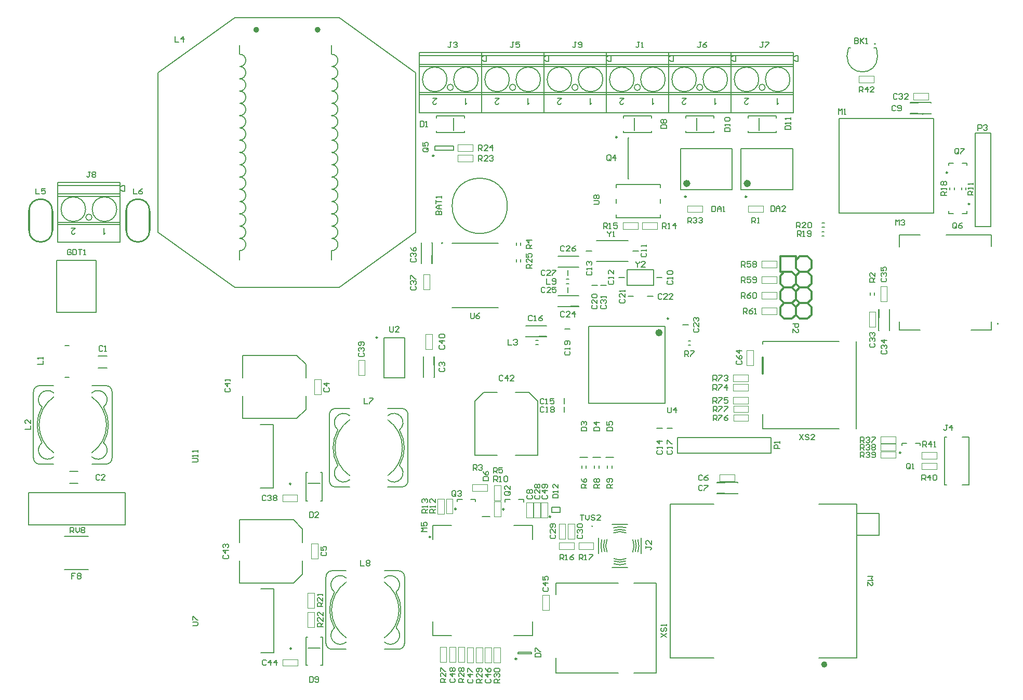
<source format=gto>
G04*
G04 #@! TF.GenerationSoftware,Altium Limited,Altium Designer,21.8.1 (53)*
G04*
G04 Layer_Color=65535*
%FSLAX25Y25*%
%MOIN*%
G70*
G04*
G04 #@! TF.SameCoordinates,3454F2FE-2F19-4CCB-A9DF-A7C270953791*
G04*
G04*
G04 #@! TF.FilePolarity,Positive*
G04*
G01*
G75*
%ADD10C,0.00787*%
%ADD11C,0.00984*%
%ADD12C,0.02362*%
%ADD13C,0.00500*%
%ADD14C,0.00600*%
%ADD15C,0.01968*%
%ADD16C,0.01000*%
%ADD17C,0.00400*%
%ADD18C,0.01181*%
%ADD19C,0.00591*%
%ADD20C,0.00709*%
D10*
X571096Y194772D02*
G03*
X571096Y194772I-394J0D01*
G01*
X214561Y246466D02*
G03*
X214561Y246466I-394J0D01*
G01*
X523061Y329321D02*
G03*
X523061Y329321I-394J0D01*
G01*
X301493Y346387D02*
G03*
X301493Y346387I-1969J0D01*
G01*
X317399Y351505D02*
G03*
X317399Y351505I-7874J0D01*
G01*
X297399D02*
G03*
X297399Y351505I-7874J0D01*
G01*
X377414D02*
G03*
X377414Y351505I-7874J0D01*
G01*
X397414D02*
G03*
X397414Y351505I-7874J0D01*
G01*
X381509Y346387D02*
G03*
X381509Y346387I-1969J0D01*
G01*
X417424Y351505D02*
G03*
X417424Y351505I-7874J0D01*
G01*
X437424D02*
G03*
X437424Y351505I-7874J0D01*
G01*
X421519Y346387D02*
G03*
X421519Y346387I-1969J0D01*
G01*
X337404Y351505D02*
G03*
X337404Y351505I-7874J0D01*
G01*
X357404D02*
G03*
X357404Y351505I-7874J0D01*
G01*
X341499Y346387D02*
G03*
X341499Y346387I-1969J0D01*
G01*
X492381Y374227D02*
G03*
X492381Y374227I-394J0D01*
G01*
X154933Y135788D02*
G03*
X147390Y126710I-3942J-4397D01*
G01*
X179343Y94700D02*
G03*
X186885Y103778I3942J4397D01*
G01*
X147390D02*
G03*
X154933Y94700I3601J-4681D01*
G01*
X186885Y126710D02*
G03*
X179343Y135788I-3601J4681D01*
G01*
X145878Y140441D02*
G03*
X141941Y136504I0J-3937D01*
G01*
Y93984D02*
G03*
X145878Y90047I3937J0D01*
G01*
X192335Y136504D02*
G03*
X188398Y140441I-3937J0D01*
G01*
Y90047D02*
G03*
X192335Y93984I0J3937D01*
G01*
X186885Y103778D02*
G03*
X186885Y126710I-19747J11466D01*
G01*
X179343Y97358D02*
G03*
X179343Y133130I-12205J17886D01*
G01*
X147390Y126710D02*
G03*
X147390Y103778I19747J-11466D01*
G01*
X154933Y133130D02*
G03*
X154933Y97358I12205J-17886D01*
G01*
X152749Y31689D02*
G03*
X145206Y22610I-3942J-4397D01*
G01*
X177158Y-9399D02*
G03*
X184701Y-321I3942J4397D01*
G01*
X145206D02*
G03*
X152749Y-9399I3601J-4681D01*
G01*
X184701Y22610D02*
G03*
X177158Y31689I-3601J4681D01*
G01*
X143694Y36342D02*
G03*
X139757Y32405I0J-3937D01*
G01*
Y-10115D02*
G03*
X143694Y-14052I3937J0D01*
G01*
X190151Y32405D02*
G03*
X186214Y36342I-3937J0D01*
G01*
Y-14052D02*
G03*
X190151Y-10115I0J3937D01*
G01*
X184701Y-321D02*
G03*
X184701Y22610I-19747J11466D01*
G01*
X177158Y-6742D02*
G03*
X177158Y29031I-12205J17886D01*
G01*
X145206Y22610D02*
G03*
X145206Y-321I19747J-11466D01*
G01*
X152749Y29031D02*
G03*
X152749Y-6742I12205J-17886D01*
G01*
X-10496Y111998D02*
G03*
X-10496Y147771I-12205J17886D01*
G01*
X-2953Y118419D02*
G03*
X-2953Y141351I-19747J11466D01*
G01*
X-34905Y147771D02*
G03*
X-34905Y111998I12205J-17886D01*
G01*
X-42448Y141351D02*
G03*
X-42448Y118419I19747J-11466D01*
G01*
X-43961Y155082D02*
G03*
X-47898Y151145I0J-3937D01*
G01*
Y108625D02*
G03*
X-43961Y104688I3937J0D01*
G01*
X2496Y151145D02*
G03*
X-1441Y155082I-3937J0D01*
G01*
Y104688D02*
G03*
X2496Y108625I0J3937D01*
G01*
X-42448Y118419D02*
G03*
X-34905Y109341I3601J-4681D01*
G01*
X-2953Y141351D02*
G03*
X-10496Y150429I-3601J4681D01*
G01*
X-34905D02*
G03*
X-42448Y141351I-3942J-4397D01*
G01*
X-10496Y109341D02*
G03*
X-2953Y118419I3942J4397D01*
G01*
X217399Y351507D02*
G03*
X217399Y351507I-7874J0D01*
G01*
X237399D02*
G03*
X237399Y351507I-7874J0D01*
G01*
X221493Y346389D02*
G03*
X221493Y346389I-1969J0D01*
G01*
X261493Y346387D02*
G03*
X261493Y346387I-1969J0D01*
G01*
X277399Y351505D02*
G03*
X277399Y351505I-7874J0D01*
G01*
X257399D02*
G03*
X257399Y351505I-7874J0D01*
G01*
X256103Y270385D02*
G03*
X256103Y270385I-17717J0D01*
G01*
X332218Y63910D02*
G03*
X324419Y63913I-3905J-11566D01*
G01*
X332270Y60585D02*
G03*
X324369Y60585I-3951J-8236D01*
G01*
X332022Y62164D02*
G03*
X324616Y62165I-3705J-9811D01*
G01*
X338125Y48638D02*
G03*
X338134Y56045I-9808J3715D01*
G01*
X336549Y48387D02*
G03*
X336558Y56293I-8230J3963D01*
G01*
X339881Y48444D02*
G03*
X339882Y56239I-11567J3900D01*
G01*
X324420Y40774D02*
G03*
X332217Y40778I3893J11569D01*
G01*
X324615Y42540D02*
G03*
X332023Y42542I3702J9812D01*
G01*
X324363Y44116D02*
G03*
X332275Y44116I3956J8233D01*
G01*
X318501Y56045D02*
G03*
X318510Y48638I9816J-3692D01*
G01*
X320080Y56293D02*
G03*
X320089Y48387I8239J-3944D01*
G01*
X316746Y56242D02*
G03*
X316747Y48441I11568J-3898D01*
G01*
X-14488Y268209D02*
G03*
X-14488Y268209I-7874J0D01*
G01*
X5512D02*
G03*
X5512Y268209I-7874J0D01*
G01*
X-10394Y263090D02*
G03*
X-10394Y263090I-1969J0D01*
G01*
X143406Y343996D02*
G03*
X143406Y351870I0J3937D01*
G01*
Y351870D02*
G03*
X143406Y359744I0J3937D01*
G01*
D02*
G03*
X143406Y367618I0J3937D01*
G01*
Y328248D02*
G03*
X143406Y336122I0J3937D01*
G01*
Y320374D02*
G03*
X143406Y328248I0J3937D01*
G01*
Y312500D02*
G03*
X143406Y320374I0J3937D01*
G01*
Y296752D02*
G03*
X143406Y304626I0J3937D01*
G01*
Y288878D02*
G03*
X143406Y296752I0J3937D01*
G01*
Y336122D02*
G03*
X143406Y343996I0J3937D01*
G01*
Y304626D02*
G03*
X143406Y312500I0J3937D01*
G01*
Y281004D02*
G03*
X143406Y288878I0J3937D01*
G01*
Y273130D02*
G03*
X143406Y281004I0J3937D01*
G01*
Y265256D02*
G03*
X143406Y273130I0J3937D01*
G01*
Y257382D02*
G03*
X143406Y265256I0J3937D01*
G01*
Y249508D02*
G03*
X143406Y257382I0J3937D01*
G01*
Y241634D02*
G03*
X143406Y249508I0J3937D01*
G01*
X84351Y343996D02*
G03*
X84351Y351870I0J3937D01*
G01*
Y351870D02*
G03*
X84351Y359744I0J3937D01*
G01*
D02*
G03*
X84351Y367618I0J3937D01*
G01*
Y328248D02*
G03*
X84351Y336122I0J3937D01*
G01*
Y320374D02*
G03*
X84351Y328248I0J3937D01*
G01*
Y312500D02*
G03*
X84351Y320374I0J3937D01*
G01*
Y296752D02*
G03*
X84351Y304626I0J3937D01*
G01*
Y288878D02*
G03*
X84351Y296752I0J3937D01*
G01*
Y336122D02*
G03*
X84351Y343996I0J3937D01*
G01*
Y304626D02*
G03*
X84351Y312500I0J3937D01*
G01*
Y281004D02*
G03*
X84351Y288878I0J3937D01*
G01*
Y273130D02*
G03*
X84351Y281004I0J3937D01*
G01*
Y265256D02*
G03*
X84351Y273130I0J3937D01*
G01*
Y257382D02*
G03*
X84351Y265256I0J3937D01*
G01*
Y249508D02*
G03*
X84351Y257382I0J3937D01*
G01*
Y241634D02*
G03*
X84351Y249508I0J3937D01*
G01*
X536511Y91454D02*
X537987D01*
X552259D02*
Y122163D01*
X536511D02*
X537987D01*
X547830Y91454D02*
X552259D01*
X547830Y122163D02*
X552259D01*
X536511Y91454D02*
Y122163D01*
X566765Y190638D02*
Y196150D01*
Y244378D02*
Y251661D01*
X537533D02*
X566765D01*
X507710D02*
X521096D01*
X507710Y190638D02*
Y196150D01*
Y244181D02*
Y251661D01*
X553773Y190638D02*
X566765D01*
X507710D02*
X520801D01*
X176990Y160005D02*
X190376D01*
X176990Y185595D02*
X190376D01*
Y160005D02*
Y185595D01*
X176990Y160005D02*
Y185595D01*
X202400Y168549D02*
Y173667D01*
X202203Y160281D02*
X202400D01*
X209093Y168549D02*
Y173667D01*
Y160281D02*
X209290D01*
X202203D02*
Y173667D01*
X209290Y160281D02*
Y173667D01*
X276249Y193336D02*
X281367D01*
X267981D02*
Y193533D01*
X276249Y186643D02*
X281367D01*
X267981Y186446D02*
Y186643D01*
Y193533D02*
X281367D01*
X267981Y186446D02*
X281367D01*
X274350Y181469D02*
X275925D01*
X274350Y184225D02*
X275925D01*
X200880Y233474D02*
Y246860D01*
X207966Y233474D02*
Y246860D01*
X200880D02*
X201076D01*
Y233474D02*
Y238592D01*
X207769Y246860D02*
X207966D01*
X207769Y233474D02*
Y238592D01*
X296727Y237938D02*
X301845D01*
X288459D02*
Y238135D01*
X296727Y231245D02*
X301845D01*
X288459Y231048D02*
Y231245D01*
Y238135D02*
X301845D01*
X288459Y231048D02*
X301845D01*
X264578Y245113D02*
Y246687D01*
X261822Y245113D02*
Y246687D01*
X261822Y234413D02*
Y235987D01*
X264578Y234413D02*
Y235987D01*
X315941Y219400D02*
X319484D01*
X333038Y229550D02*
X350038D01*
Y219549D02*
Y229550D01*
X333038Y219549D02*
X350038D01*
X333038D02*
Y229550D01*
X336566Y241348D02*
X340109D01*
X327722Y224550D02*
X331265D01*
X457851Y253915D02*
X459425D01*
X457851Y251159D02*
X459425D01*
X457950Y259427D02*
X459525D01*
X457950Y256672D02*
X459525D01*
X346066Y212350D02*
X349609D01*
X556238Y256950D02*
Y316950D01*
X566238Y256950D02*
Y316950D01*
X556238D02*
X566238D01*
X556238Y256950D02*
X566238D01*
X542823Y280662D02*
Y282237D01*
X540067Y280662D02*
Y282237D01*
X551090Y265405D02*
Y266980D01*
X547941Y265405D02*
X551090D01*
X539279D02*
Y266980D01*
Y265405D02*
X542429D01*
X547547Y280662D02*
Y282237D01*
X550303Y280662D02*
Y282237D01*
X539279Y296319D02*
Y297894D01*
X542429D01*
X551090Y296319D02*
Y297894D01*
X547941D02*
X551090D01*
X514645Y336593D02*
X528031D01*
X514645Y329506D02*
X528031D01*
Y336396D02*
Y336593D01*
X514645Y336396D02*
X519763D01*
X528031Y329506D02*
Y329703D01*
X514645D02*
X519763D01*
X501405Y190557D02*
Y203942D01*
X494319Y190557D02*
Y203942D01*
X501209Y190557D02*
X501405D01*
X501209Y198824D02*
Y203942D01*
X494319Y190557D02*
X494516D01*
Y198824D02*
Y203942D01*
X491616Y213162D02*
Y214737D01*
X488860Y213162D02*
Y214737D01*
X303800Y102235D02*
Y103810D01*
X306556Y102235D02*
Y103810D01*
X312081Y102235D02*
Y103810D01*
X314836Y102235D02*
Y103810D01*
X320361Y102235D02*
Y103810D01*
X323117Y102235D02*
Y103810D01*
X302619Y109126D02*
X307737D01*
X310899D02*
X316017D01*
X319180D02*
X324298D01*
X351834Y224436D02*
X355378D01*
X288459Y205806D02*
X301845D01*
X288459Y212893D02*
X301845D01*
X288459Y205806D02*
Y206003D01*
X296727D02*
X301845D01*
X288459Y212696D02*
Y212893D01*
X296727Y212696D02*
X301845D01*
X295038Y214666D02*
Y218209D01*
X294938Y225691D02*
Y229234D01*
X294054Y223328D02*
X295628D01*
X294054Y220572D02*
X295628D01*
X372109Y183739D02*
X373684D01*
X372109Y180983D02*
X373684D01*
X368566Y194050D02*
X372109D01*
X292866Y191250D02*
X296410D01*
X292579Y143469D02*
Y147012D01*
X292539Y137956D02*
Y141499D01*
X351953Y127649D02*
X355497D01*
X358466Y127691D02*
X362010D01*
X509252Y116673D02*
Y118247D01*
X512401D01*
X521063Y116673D02*
Y118247D01*
X517913D02*
X521063D01*
X313163Y234669D02*
X333636D01*
X313163Y248055D02*
X333636D01*
X333466Y212350D02*
X337010D01*
X310428Y219400D02*
X313972D01*
X306690Y241349D02*
X310233D01*
X308132Y192956D02*
X357344D01*
X308132Y143743D02*
X357344D01*
Y192956D01*
X308132Y143743D02*
Y192956D01*
X479817Y127267D02*
X479818Y183369D01*
X419975Y127463D02*
X468991D01*
X419975Y183369D02*
X468991D01*
X419975Y181794D02*
Y183369D01*
Y127463D02*
Y136617D01*
X223963Y80601D02*
Y82176D01*
X227112D01*
X235774Y80601D02*
Y82176D01*
X232624D02*
X235774D01*
X254727Y80401D02*
Y81976D01*
X257876D01*
X266538Y80401D02*
Y81976D01*
X263388D02*
X266538D01*
X279525Y330245D02*
X319525D01*
X279525D02*
Y368828D01*
X319525D01*
Y330245D02*
Y368828D01*
Y363831D02*
X320183D01*
X321096Y363064D01*
X322442D01*
Y366718D01*
X321096D02*
X322442D01*
X320183Y365950D02*
X321096Y366718D01*
X319525Y365950D02*
X320183D01*
X279525Y366859D02*
X319525D01*
X279525Y343200D02*
X319525D01*
X279525Y359705D02*
X319525D01*
X279525Y341703D02*
X319525D01*
X279525Y361239D02*
X319525D01*
X359540D02*
X399540D01*
X359540Y341703D02*
X399540D01*
X359540Y359705D02*
X399540D01*
X359540Y343200D02*
X399540D01*
X359540Y366859D02*
X399540D01*
Y365950D02*
X400199D01*
X401112Y366718D01*
X402458D01*
Y363064D02*
Y366718D01*
X401112Y363064D02*
X402458D01*
X400199Y363831D02*
X401112Y363064D01*
X399540Y363831D02*
X400199D01*
X399540Y330245D02*
Y368828D01*
X359540D02*
X399540D01*
X359540Y330245D02*
Y368828D01*
Y330245D02*
X399540D01*
X399550Y361239D02*
X439550D01*
X399550Y341703D02*
X439550D01*
X399550Y359705D02*
X439550D01*
X399550Y343200D02*
X439550D01*
X399550Y366859D02*
X439550D01*
Y365950D02*
X440209D01*
X441121Y366718D01*
X442467D01*
Y363064D02*
Y366718D01*
X441121Y363064D02*
X442467D01*
X440209Y363831D02*
X441121Y363064D01*
X439550Y363831D02*
X440209D01*
X439550Y330245D02*
Y368828D01*
X399550D02*
X439550D01*
X399550Y330245D02*
Y368828D01*
Y330245D02*
X439550D01*
X319530Y361239D02*
X359530D01*
X319530Y341703D02*
X359530D01*
X319530Y359705D02*
X359530D01*
X319530Y343200D02*
X359530D01*
X319530Y366859D02*
X359530D01*
Y365950D02*
X360189D01*
X361102Y366718D01*
X362448D01*
Y363064D02*
Y366718D01*
X361102Y363064D02*
X362448D01*
X360189Y363831D02*
X361102Y363064D01*
X359530Y363831D02*
X360189D01*
X359530Y330245D02*
Y368828D01*
X319530D02*
X359530D01*
X319530Y330245D02*
Y368828D01*
Y330245D02*
X359530D01*
X333588Y314011D02*
X334080D01*
X333588Y287633D02*
Y314011D01*
Y287633D02*
X334080D01*
X330475Y326783D02*
Y327965D01*
X348585D01*
Y326783D02*
Y327965D01*
X330475Y317335D02*
Y318516D01*
Y317335D02*
X348585D01*
Y318516D01*
X337463Y318713D02*
Y326587D01*
X400337Y280802D02*
Y306983D01*
X367266Y280802D02*
Y306983D01*
X400337D01*
X367266Y280802D02*
X400337D01*
X439137D02*
Y306983D01*
X406066Y280802D02*
Y306983D01*
X439137D01*
X406066Y280802D02*
X439137D01*
X370485Y326783D02*
Y327965D01*
X388595D01*
Y326783D02*
Y327965D01*
X370485Y317335D02*
Y318516D01*
Y317335D02*
X388595D01*
Y318516D01*
X377473Y318713D02*
Y326587D01*
X410495Y326783D02*
Y327965D01*
X428605D01*
Y326783D02*
Y327965D01*
X410495Y317335D02*
Y318516D01*
Y317335D02*
X428605D01*
Y318516D01*
X417483Y318713D02*
Y326587D01*
X390645Y92932D02*
X404031D01*
X390645Y85845D02*
X404031D01*
Y92735D02*
Y92932D01*
X390645Y92735D02*
X395763D01*
X404031Y85845D02*
Y86042D01*
X390645D02*
X395763D01*
X284599Y73863D02*
Y77013D01*
X289914Y73863D02*
Y77013D01*
X284599Y73863D02*
X289914D01*
X284599Y77013D02*
X289914D01*
X239873Y71198D02*
X244991D01*
X262802Y-17053D02*
Y-15872D01*
X271463Y-17053D02*
Y-15872D01*
X262802Y-17053D02*
X271463D01*
X262802Y-15872D02*
X271463D01*
X98043Y24622D02*
X106311D01*
Y-16323D02*
Y24622D01*
X98043Y-16323D02*
X106311D01*
X97749Y130221D02*
X106016D01*
Y89277D02*
Y130221D01*
X97749Y89277D02*
X106016D01*
X128224Y-13288D02*
X136098D01*
X126847Y-24410D02*
X128028D01*
X126847D02*
Y-6300D01*
X128028D01*
X136295Y-24410D02*
X137476D01*
Y-6300D01*
X136295D02*
X137476D01*
X128163Y92316D02*
X136037D01*
X126785Y81194D02*
X127966D01*
X126785D02*
Y99304D01*
X127966D01*
X136234Y81194D02*
X137415D01*
Y99304D01*
X136234D02*
X137415D01*
X141941Y93984D02*
Y136504D01*
X145878Y140441D02*
X154933D01*
X179343Y90047D02*
X188398D01*
X192335Y93984D02*
Y136504D01*
X145878Y90047D02*
X154933D01*
X179343Y140441D02*
X188398D01*
X139757Y-10115D02*
Y32404D01*
X143694Y36341D02*
X152749D01*
X177159Y-14052D02*
X186214D01*
X190151Y-10115D02*
Y32404D01*
X143694Y-14052D02*
X152749D01*
X177159Y36341D02*
X186214D01*
X-27819Y180886D02*
X-25063D01*
X-27819Y160413D02*
X-25063D01*
X-43961Y104688D02*
X-34905D01*
X-10496Y155082D02*
X-1441D01*
X-47898Y108625D02*
Y151145D01*
X-43961Y155082D02*
X-34905D01*
X-10496Y104688D02*
X-1441D01*
X2496Y108625D02*
Y151145D01*
X-28039Y36941D02*
X-12685D01*
X-28039Y58358D02*
X-12685D01*
X209732Y308853D02*
X221543D01*
X209732Y306097D02*
X221543D01*
Y308853D01*
X209732Y306097D02*
Y308853D01*
X199525Y361241D02*
X239525D01*
X199525Y341704D02*
X239525D01*
X199525Y359707D02*
X239525D01*
X199525Y343202D02*
X239525D01*
X199525Y366861D02*
X239525D01*
Y365952D02*
X240183D01*
X241096Y366720D01*
X242442D01*
Y363066D02*
Y366720D01*
X241096Y363066D02*
X242442D01*
X240183Y363833D02*
X241096Y363066D01*
X239525Y363833D02*
X240183D01*
X239525Y330247D02*
Y368830D01*
X199525D02*
X239525D01*
X199525Y330247D02*
Y368830D01*
Y330247D02*
X239525D01*
Y330245D02*
X279525D01*
X239525D02*
Y368828D01*
X279525D01*
Y330245D02*
Y368828D01*
Y363831D02*
X280183D01*
X281096Y363064D01*
X282442D01*
Y366718D01*
X281096D02*
X282442D01*
X280183Y365950D02*
X281096Y366718D01*
X279525Y365950D02*
X280183D01*
X239525Y366859D02*
X279525D01*
X239525Y343200D02*
X279525D01*
X239525Y359705D02*
X279525D01*
X239525Y341703D02*
X279525D01*
X239525Y361239D02*
X279525D01*
X84165Y28576D02*
Y42749D01*
Y28576D02*
X84362Y28379D01*
X84165Y68733D02*
X84362Y68930D01*
X119008D01*
X84362Y28379D02*
X119008D01*
X124717Y34088D01*
X119008Y68930D02*
X124717Y63221D01*
Y34088D02*
Y42749D01*
Y54560D02*
Y63221D01*
X84165Y54560D02*
Y68733D01*
X261343Y110274D02*
X275517D01*
X275713Y110471D01*
X235162D02*
X235359Y110274D01*
X235162Y110471D02*
Y145117D01*
X275713Y110471D02*
Y145117D01*
X270005Y150825D02*
X275713Y145117D01*
X235162D02*
X240871Y150825D01*
X261343D02*
X270005D01*
X240871D02*
X249532D01*
X235359Y110274D02*
X249532D01*
X221592Y318713D02*
Y326587D01*
X210470Y326783D02*
Y327965D01*
X228580D01*
Y326783D02*
Y327965D01*
X210470Y317335D02*
Y318516D01*
Y317335D02*
X228580D01*
Y318516D01*
X480297Y-19464D02*
Y78961D01*
X455853Y-19464D02*
X480297D01*
X455853Y78961D02*
X480297D01*
Y73055D02*
X494470D01*
Y59036D02*
Y73055D01*
X480297Y59036D02*
X494470D01*
X360611Y-19464D02*
Y78961D01*
Y-19464D02*
X388530D01*
X360611Y78961D02*
X388530D01*
X342099Y47381D02*
Y57302D01*
X323358Y38562D02*
X333280D01*
X314540Y47381D02*
Y57302D01*
X323358Y66121D02*
X333280D01*
X208345Y65574D02*
X220154D01*
X208345Y56470D02*
Y65574D01*
X260311D02*
X272119D01*
Y56470D02*
Y65574D01*
X260311Y-5390D02*
X272119D01*
Y3714D01*
X208345Y-5390D02*
X220154D01*
X208345D02*
Y3714D01*
X86249Y134175D02*
Y148348D01*
Y134175D02*
X86446Y133978D01*
X86249Y174333D02*
X86446Y174530D01*
X121091D01*
X86446Y133978D02*
X121091D01*
X126800Y139687D01*
X121091Y174530D02*
X126800Y168821D01*
Y139687D02*
Y148348D01*
Y160159D02*
Y168821D01*
X86249Y160159D02*
Y174333D01*
X-32362Y277942D02*
X7638D01*
X-32362Y258406D02*
X7638D01*
X-32362Y276409D02*
X7638D01*
X-32362Y259904D02*
X7638D01*
X-32362Y283563D02*
X7638D01*
Y282654D02*
X8297D01*
X9209Y283421D01*
X10555D01*
Y279768D02*
Y283421D01*
X9209Y279768D02*
X10555D01*
X8297Y280535D02*
X9209Y279768D01*
X7638Y280535D02*
X8297D01*
X7638Y246949D02*
Y285531D01*
X-32362D02*
X7638D01*
X-32362Y246949D02*
Y285531D01*
Y246949D02*
X7638D01*
X31988Y253445D02*
X81201Y218012D01*
X31988Y355807D02*
X81201Y391240D01*
X31988Y253445D02*
Y355807D01*
X148130Y218012D02*
X197343Y253445D01*
X81201Y218012D02*
X148130D01*
Y391240D02*
X197343Y355807D01*
Y253445D02*
Y355807D01*
X81201Y391240D02*
X148130D01*
X143406Y367618D02*
Y373524D01*
Y235728D02*
Y241634D01*
X84350Y367618D02*
Y373524D01*
Y235728D02*
Y241634D01*
X365438Y111850D02*
Y121850D01*
X425438Y111850D02*
Y121850D01*
X365438Y111850D02*
X425438D01*
X365438Y121850D02*
X425438D01*
D11*
X172757Y185890D02*
G03*
X172757Y185890I-492J0D01*
G01*
X552764Y271606D02*
G03*
X552764Y271606I-492J0D01*
G01*
X538590Y291693D02*
G03*
X538590Y291693I-492J0D01*
G01*
X508563Y112047D02*
G03*
X508563Y112047I-492J0D01*
G01*
X359608Y198074D02*
G03*
X359608Y198074I-492J0D01*
G01*
X223274Y75975D02*
G03*
X223274Y75975I-492J0D01*
G01*
X254038Y75775D02*
G03*
X254038Y75775I-492J0D01*
G01*
X326501Y314463D02*
G03*
X326501Y314463I-492J0D01*
G01*
X370849Y276274D02*
G03*
X370849Y276274I-492J0D01*
G01*
X409649D02*
G03*
X409649Y276274I-492J0D01*
G01*
X283949Y71048D02*
G03*
X283949Y71048I-492J0D01*
G01*
X262113Y-20202D02*
G03*
X262113Y-20202I-492J0D01*
G01*
X117630Y-13567D02*
G03*
X117630Y-13567I-492J0D01*
G01*
X117335Y92032D02*
G03*
X117335Y92032I-492J0D01*
G01*
X209043Y302554D02*
G03*
X209043Y302554I-492J0D01*
G01*
D12*
X354588Y189019D02*
G03*
X354588Y189019I-1181J0D01*
G01*
X372384Y284739D02*
G03*
X372384Y284739I-1181J0D01*
G01*
X411184D02*
G03*
X411184Y284739I-1181J0D01*
G01*
D13*
X474094Y366038D02*
G03*
X493582Y366038I9744J0D01*
G01*
X337252Y-29274D02*
X351524D01*
X287311D02*
X327410D01*
X337154Y28443D02*
X351524D01*
X287311D02*
X327311D01*
X351524Y-29274D02*
Y28443D01*
X287311Y21139D02*
Y28443D01*
Y-29274D02*
Y-19609D01*
X220466Y204931D02*
X250387D01*
X220466Y246269D02*
X250387D01*
X468848Y265660D02*
Y326447D01*
Y265660D02*
X529635D01*
Y326447D01*
X468848D02*
X529635D01*
X474901Y371806D02*
X476358D01*
X491318D02*
X492775D01*
X474094Y366038D02*
X474901Y371806D01*
X492775D02*
X493582Y366038D01*
D14*
X310814Y64873D02*
G03*
X310814Y64873I-300J0D01*
G01*
X325801Y262852D02*
Y264605D01*
Y283952D02*
X354401D01*
X325801Y282200D02*
Y283952D01*
Y262852D02*
X354401D01*
Y264605D01*
Y272200D02*
Y274605D01*
Y282200D02*
Y283952D01*
X325801Y272200D02*
Y274605D01*
X-6247Y166499D02*
X-735D01*
X-6247Y174176D02*
X-735D01*
X-24768Y100160D02*
X-19256D01*
X-24768Y92483D02*
X-19256D01*
X-32977Y202149D02*
X-7577D01*
Y235449D01*
X-32977D02*
X-7577D01*
X-32977Y202149D02*
Y235449D01*
X10874Y65843D02*
Y86543D01*
X-51126Y65843D02*
X10874D01*
X-51126D02*
Y86543D01*
X10874D01*
D15*
X460385Y-23802D02*
G03*
X460385Y-23802I-989J0D01*
G01*
X95861Y383366D02*
G03*
X95861Y383366I-880J0D01*
G01*
X135231D02*
G03*
X135231Y383366I-880J0D01*
G01*
D16*
X206768Y58045D02*
G03*
X206768Y58045I-394J0D01*
G01*
X-50807Y254724D02*
G03*
X-35807Y254724I7500J0D01*
G01*
Y267224D02*
G03*
X-50807Y267224I-7500J0D01*
G01*
X11594Y254724D02*
G03*
X26594Y254724I7500J0D01*
G01*
Y267224D02*
G03*
X11594Y267224I-7500J0D01*
G01*
D17*
X207847Y178518D02*
Y188118D01*
X203647Y178518D02*
X207847D01*
X203647Y188118D02*
X207847D01*
X203647Y178518D02*
Y188118D01*
X224437Y298839D02*
X234037D01*
X224437Y303040D02*
X234037D01*
X224437Y298839D02*
Y303040D01*
X234037Y298839D02*
Y303040D01*
X224438Y309750D02*
X234038D01*
X224438Y305550D02*
X234038D01*
Y309750D01*
X224438Y305550D02*
Y309750D01*
X352123Y255497D02*
Y259697D01*
X342523Y255497D02*
Y259697D01*
X352123D01*
X342523Y255497D02*
X352123D01*
X330302Y255497D02*
Y259697D01*
X339902Y255497D02*
Y259697D01*
X330302Y255497D02*
X339902D01*
X330302Y259697D02*
X339902D01*
X419349Y230850D02*
Y235050D01*
X428949Y230850D02*
Y235050D01*
X419349Y230850D02*
X428949D01*
X419349Y235050D02*
X428949D01*
X419349Y220849D02*
Y225049D01*
X428949Y220849D02*
Y225049D01*
X419349Y220849D02*
X428949D01*
X419349Y225049D02*
X428949D01*
X419349Y210849D02*
Y215049D01*
X428949Y210849D02*
Y215049D01*
X419349Y210849D02*
X428949D01*
X419349Y215049D02*
X428949D01*
X419349Y200850D02*
Y205049D01*
X428949Y200850D02*
Y205049D01*
X419349Y200850D02*
X428949D01*
X419349Y205049D02*
X428949D01*
X516738Y338573D02*
X526338D01*
X516738D02*
Y342773D01*
X526338Y338573D02*
Y342773D01*
X516738D02*
X526338D01*
X492338Y192740D02*
Y202341D01*
X488138Y192740D02*
X492338D01*
X488138Y202341D02*
X492338D01*
X488138Y192740D02*
Y202341D01*
X495538Y209200D02*
Y218800D01*
X499738D01*
X495538Y209200D02*
X499738D01*
Y218800D01*
X522017Y108091D02*
Y112291D01*
X531617Y108091D02*
Y112291D01*
X522017Y108091D02*
X531617D01*
X522017Y112291D02*
X531617D01*
X522017Y101381D02*
Y105581D01*
X531617Y101381D02*
Y105581D01*
X522017Y101381D02*
X531617D01*
X522017Y105581D02*
X531617D01*
X495617Y118101D02*
Y122301D01*
X505218Y118101D02*
Y122301D01*
X495617Y118101D02*
X505218D01*
X495617Y122301D02*
X505218D01*
X505275Y113391D02*
Y117591D01*
X495675Y113391D02*
Y117591D01*
X505275D01*
X495675Y113391D02*
X505275D01*
X495676Y108681D02*
Y112881D01*
X505275Y108681D02*
Y112881D01*
X495676Y108681D02*
X505275D01*
X495676Y112881D02*
X505275D01*
X409738Y168050D02*
Y177649D01*
X413938D01*
X409738Y168050D02*
X413938D01*
Y177649D01*
X401126Y137919D02*
X410726D01*
X401126Y142119D02*
X410726D01*
X401126Y137919D02*
Y142119D01*
X410726Y137919D02*
Y142119D01*
X401038Y143549D02*
X410638D01*
X401038Y147749D02*
X410638D01*
X401038Y143549D02*
Y147749D01*
X410638Y143549D02*
Y147749D01*
X401038Y151733D02*
X410638D01*
X401038Y155933D02*
X410638D01*
X401038Y151733D02*
Y155933D01*
X410638Y151733D02*
Y155933D01*
X392338Y98112D02*
X401938D01*
Y93912D02*
Y98112D01*
X392338Y93912D02*
Y98112D01*
Y93912D02*
X401938D01*
X401038Y157736D02*
X410638D01*
X401038Y161936D02*
X410638D01*
X401038Y157736D02*
Y161936D01*
X410638Y157736D02*
Y161936D01*
X401126Y132290D02*
X410726D01*
X401126Y136489D02*
X410726D01*
X401126Y132290D02*
Y136489D01*
X410726Y132290D02*
Y136489D01*
X371751Y266339D02*
Y270539D01*
X381351Y266339D02*
Y270539D01*
X371751Y266339D02*
X381351D01*
X371751Y270539D02*
X381351D01*
X410551D02*
X420151D01*
X410551Y266339D02*
X420151D01*
Y270539D01*
X410551Y266339D02*
Y270539D01*
X481638Y353650D02*
X491238D01*
X481638Y349450D02*
X491238D01*
Y353650D01*
X481638Y349450D02*
Y353650D01*
X241603Y-22562D02*
Y-12962D01*
X245803D01*
X241603Y-22562D02*
X245803D01*
Y-12962D01*
X230215Y-22562D02*
Y-12962D01*
X234415D01*
X230215Y-22562D02*
X234415D01*
Y-12962D01*
X218826Y-22312D02*
Y-12712D01*
X223026D01*
X218826Y-22312D02*
X223026D01*
Y-12712D01*
X212833Y-12713D02*
X217033D01*
X212833Y-22313D02*
X217033D01*
X212833D02*
Y-12713D01*
X217033Y-22313D02*
Y-12713D01*
X224520Y-12713D02*
X228720D01*
X224520Y-22313D02*
X228720D01*
X224520D02*
Y-12713D01*
X228720Y-22313D02*
Y-12713D01*
X235909Y-12963D02*
X240109D01*
X235909Y-22563D02*
X240109D01*
X235909D02*
Y-12963D01*
X240109Y-22563D02*
Y-12963D01*
X251497Y-22563D02*
Y-12963D01*
X247297Y-22563D02*
Y-12963D01*
Y-22563D02*
X251497D01*
X247297Y-12963D02*
X251497D01*
X216842Y72938D02*
X221042D01*
X216842Y82538D02*
X221042D01*
Y72938D02*
Y82538D01*
X216842Y72938D02*
Y82538D01*
X211345Y72888D02*
X215545D01*
X211345Y82488D02*
X215545D01*
Y72888D02*
Y82488D01*
X211345Y72888D02*
Y82488D01*
X289432Y50241D02*
X299032D01*
X289432Y54441D02*
X299032D01*
X289432Y50241D02*
Y54441D01*
X299032Y50241D02*
Y54441D01*
X301783Y50241D02*
X311383D01*
X301783Y54441D02*
X311383D01*
X301783Y50241D02*
Y54441D01*
X311383Y50241D02*
Y54441D01*
X282832Y11038D02*
Y20638D01*
X278632Y11038D02*
X282832D01*
X278632Y20638D02*
X282832D01*
X278632Y11038D02*
Y20638D01*
X247606Y71238D02*
X251806D01*
X247606Y80838D02*
X251806D01*
Y71238D02*
Y80838D01*
X247606Y71238D02*
Y80838D01*
Y81460D02*
X251806D01*
X247606Y91060D02*
X251806D01*
Y81460D02*
Y91060D01*
X247606Y81460D02*
Y91060D01*
X233747Y87409D02*
Y91609D01*
X243347Y87409D02*
Y91609D01*
X233747Y87409D02*
X243347D01*
X233747Y91609D02*
X243347D01*
X111779Y85115D02*
X121379D01*
Y80915D02*
Y85115D01*
X111779Y80915D02*
Y85115D01*
Y80915D02*
X121379D01*
X112005Y-20485D02*
X121605D01*
Y-24685D02*
Y-20485D01*
X112005Y-24685D02*
Y-20485D01*
Y-24685D02*
X121605D01*
X130392Y44215D02*
Y53815D01*
X134592D01*
X130392Y44215D02*
X134592D01*
Y53815D01*
X132148Y12344D02*
Y21944D01*
X127948Y12344D02*
Y21944D01*
Y12344D02*
X132148D01*
X127948Y21944D02*
X132148D01*
X127948Y123D02*
Y9723D01*
X132148Y123D02*
Y9723D01*
X127948D02*
X132148D01*
X127948Y123D02*
X132148D01*
X160500Y161800D02*
Y171400D01*
X164700D01*
X160500Y161800D02*
X164700D01*
Y171400D01*
X202224Y216863D02*
Y226463D01*
X206424D01*
X202224Y216863D02*
X206424D01*
Y226463D01*
X299218Y56783D02*
Y66383D01*
X295018Y56783D02*
X299218D01*
X295018Y66383D02*
X299218D01*
X295018Y56783D02*
Y66383D01*
X293332Y56783D02*
Y66383D01*
X289132Y56783D02*
X293332D01*
X289132Y66383D02*
X293332D01*
X289132Y56783D02*
Y66383D01*
X272988Y70360D02*
Y79960D01*
X277188D01*
X272988Y70360D02*
X277188D01*
Y79960D01*
X277686Y70360D02*
Y79960D01*
X281886D01*
X277686Y70360D02*
X281886D01*
Y79960D01*
X268290Y70360D02*
Y79960D01*
X272490D01*
X268290Y70360D02*
X272490D01*
Y79960D01*
X132346Y149449D02*
Y159049D01*
X136546D01*
X132346Y149449D02*
X136546D01*
Y159049D01*
D18*
X431138Y200449D02*
Y205450D01*
Y210450D02*
Y215450D01*
Y220449D02*
Y225449D01*
X451138Y230450D02*
Y235450D01*
X441138Y220449D02*
Y225449D01*
X438638Y217950D02*
X441138Y220449D01*
X433638Y217950D02*
X438638D01*
X431138Y220449D02*
X433638Y217950D01*
X451138Y220449D02*
Y225449D01*
X431138Y215450D02*
X433638Y217950D01*
X451138Y210450D02*
Y215450D01*
X431138Y210450D02*
X433638Y207949D01*
X438638D01*
X441138Y210450D01*
Y215450D01*
X438638Y217950D02*
X441138Y215450D01*
X438638Y207949D02*
X441138Y205450D01*
Y200449D02*
Y205450D01*
X438638Y197950D02*
X441138Y200449D01*
X433638Y197950D02*
X438638D01*
X431138Y200449D02*
X433638Y197950D01*
X451138Y200449D02*
Y205450D01*
X431138D02*
X433638Y207949D01*
X441138Y205450D02*
X443638Y207949D01*
X441138Y200449D02*
X443638Y197950D01*
X448638D01*
X451138Y200449D01*
Y205450D01*
X448638Y207949D02*
X451138Y205450D01*
X448638Y217950D02*
X451138Y215450D01*
Y210450D02*
Y215450D01*
X448638Y207949D02*
X451138Y210450D01*
X443638Y207949D02*
X448638D01*
X441138Y210450D02*
X443638Y207949D01*
X441138Y215450D02*
X443638Y217950D01*
X441138Y220449D02*
X443638Y217950D01*
X448638D01*
X451138Y220449D01*
Y225449D01*
X448638Y227950D02*
X451138Y225449D01*
Y230450D02*
Y235450D01*
X448638Y237949D02*
X451138Y235450D01*
X443638Y237949D02*
X448638D01*
X443638Y227950D02*
X448638D01*
X451138Y230450D01*
X431138Y225449D02*
X433638Y227950D01*
X438638D02*
X441138Y225449D01*
X431138Y237949D02*
X441138D01*
X431138Y227950D02*
X438638D01*
X441138Y230450D02*
Y237949D01*
Y230450D02*
X443638Y227950D01*
X441138Y235450D02*
X443638Y237949D01*
X441138Y225449D02*
X443638Y227950D01*
X431138D02*
Y237949D01*
X419975Y162798D02*
Y172936D01*
X-50807Y254724D02*
Y267323D01*
X-35807Y254724D02*
Y266831D01*
X11595Y254724D02*
Y267323D01*
X26595Y254724D02*
Y266831D01*
D19*
X310150Y336281D02*
X309775Y336094D01*
X309213Y335531D01*
Y339468D01*
X290587Y336469D02*
Y336281D01*
X290400Y335906D01*
X290212Y335719D01*
X289838Y335531D01*
X289088D01*
X288713Y335719D01*
X288526Y335906D01*
X288338Y336281D01*
Y336656D01*
X288526Y337031D01*
X288900Y337593D01*
X290775Y339468D01*
X288151D01*
X370603Y336469D02*
Y336281D01*
X370415Y335906D01*
X370228Y335719D01*
X369853Y335531D01*
X369103D01*
X368728Y335719D01*
X368541Y335906D01*
X368354Y336281D01*
Y336656D01*
X368541Y337031D01*
X368916Y337593D01*
X370790Y339468D01*
X368166D01*
X390165Y336281D02*
X389790Y336094D01*
X389228Y335531D01*
Y339468D01*
X410613Y336469D02*
Y336281D01*
X410425Y335906D01*
X410238Y335719D01*
X409863Y335531D01*
X409113D01*
X408738Y335719D01*
X408551Y335906D01*
X408363Y336281D01*
Y336656D01*
X408551Y337031D01*
X408926Y337593D01*
X410800Y339468D01*
X408176D01*
X430175Y336281D02*
X429800Y336094D01*
X429238Y335531D01*
Y339468D01*
X330593Y336469D02*
Y336281D01*
X330405Y335906D01*
X330218Y335719D01*
X329843Y335531D01*
X329093D01*
X328718Y335719D01*
X328531Y335906D01*
X328344Y336281D01*
Y336656D01*
X328531Y337031D01*
X328906Y337593D01*
X330780Y339468D01*
X328156D01*
X350155Y336281D02*
X349781Y336094D01*
X349218Y335531D01*
Y339468D01*
X210587Y336470D02*
Y336283D01*
X210400Y335908D01*
X210212Y335721D01*
X209838Y335533D01*
X209088D01*
X208713Y335721D01*
X208525Y335908D01*
X208338Y336283D01*
Y336658D01*
X208525Y337033D01*
X208900Y337595D01*
X210775Y339469D01*
X208151D01*
X230150Y336283D02*
X229775Y336096D01*
X229213Y335533D01*
Y339469D01*
X270150Y336281D02*
X269775Y336094D01*
X269213Y335531D01*
Y339468D01*
X250587Y336469D02*
Y336281D01*
X250400Y335906D01*
X250212Y335719D01*
X249838Y335531D01*
X249088D01*
X248713Y335719D01*
X248526Y335906D01*
X248338Y336281D01*
Y336656D01*
X248526Y337031D01*
X248900Y337593D01*
X250775Y339468D01*
X248151D01*
X-21300Y253172D02*
Y252985D01*
X-21487Y252610D01*
X-21675Y252422D01*
X-22049Y252235D01*
X-22799D01*
X-23174Y252422D01*
X-23361Y252610D01*
X-23549Y252985D01*
Y253360D01*
X-23361Y253735D01*
X-22986Y254297D01*
X-21112Y256171D01*
X-23736D01*
X-1737Y252985D02*
X-2112Y252797D01*
X-2674Y252235D01*
Y256171D01*
D20*
X316619Y206639D02*
X316029Y206048D01*
Y204868D01*
X316619Y204277D01*
X318981D01*
X319571Y204868D01*
Y206048D01*
X318981Y206639D01*
X316619Y207819D02*
X316029Y208410D01*
Y209590D01*
X316619Y210181D01*
X317210D01*
X317800Y209590D01*
Y209000D01*
Y209590D01*
X318390Y210181D01*
X318981D01*
X319571Y209590D01*
Y208410D01*
X318981Y207819D01*
X319571Y211361D02*
Y212542D01*
Y211952D01*
X316029D01*
X316619Y211361D01*
X441691Y256261D02*
Y259803D01*
X443463D01*
X444053Y259212D01*
Y258032D01*
X443463Y257441D01*
X441691D01*
X442872D02*
X444053Y256261D01*
X447595D02*
X445234D01*
X447595Y258622D01*
Y259212D01*
X447005Y259803D01*
X445824D01*
X445234Y259212D01*
X448776D02*
X449366Y259803D01*
X450547D01*
X451137Y259212D01*
Y256851D01*
X450547Y256261D01*
X449366D01*
X448776Y256851D01*
Y259212D01*
X442191Y250761D02*
Y254303D01*
X443962D01*
X444553Y253712D01*
Y252532D01*
X443962Y251941D01*
X442191D01*
X443372D02*
X444553Y250761D01*
X445734D02*
X446914D01*
X446324D01*
Y254303D01*
X445734Y253712D01*
X448685Y251351D02*
X449276Y250761D01*
X450456D01*
X451047Y251351D01*
Y253712D01*
X450456Y254303D01*
X449276D01*
X448685Y253712D01*
Y253122D01*
X449276Y252532D01*
X451047D01*
X505253Y334212D02*
X504663Y334803D01*
X503482D01*
X502891Y334212D01*
Y331851D01*
X503482Y331261D01*
X504663D01*
X505253Y331851D01*
X506434D02*
X507024Y331261D01*
X508205D01*
X508795Y331851D01*
Y334212D01*
X508205Y334803D01*
X507024D01*
X506434Y334212D01*
Y333622D01*
X507024Y333032D01*
X508795D01*
X468576Y329079D02*
Y332621D01*
X469757Y331440D01*
X470938Y332621D01*
Y329079D01*
X472119D02*
X473299D01*
X472709D01*
Y332621D01*
X472119Y332030D01*
X537809Y277122D02*
X534267D01*
Y278893D01*
X534857Y279483D01*
X536038D01*
X536628Y278893D01*
Y277122D01*
Y278303D02*
X537809Y279483D01*
Y280664D02*
Y281845D01*
Y281254D01*
X534267D01*
X534857Y280664D01*
Y283616D02*
X534267Y284206D01*
Y285387D01*
X534857Y285977D01*
X535448D01*
X536038Y285387D01*
X536628Y285977D01*
X537219D01*
X537809Y285387D01*
Y284206D01*
X537219Y283616D01*
X536628D01*
X536038Y284206D01*
X535448Y283616D01*
X534857D01*
X536038Y284206D02*
Y285387D01*
X555071Y277463D02*
X551529D01*
Y279234D01*
X552119Y279824D01*
X553300D01*
X553890Y279234D01*
Y277463D01*
Y278643D02*
X555071Y279824D01*
Y281005D02*
Y282186D01*
Y281595D01*
X551529D01*
X552119Y281005D01*
X555071Y283957D02*
Y285137D01*
Y284547D01*
X551529D01*
X552119Y283957D01*
X545748Y304269D02*
Y306630D01*
X545157Y307221D01*
X543976D01*
X543386Y306630D01*
Y304269D01*
X543976Y303678D01*
X545157D01*
X544567Y304859D02*
X545748Y303678D01*
X545157D02*
X545748Y304269D01*
X546928Y307221D02*
X549290D01*
Y306630D01*
X546928Y304269D01*
Y303678D01*
X544347Y256569D02*
Y258930D01*
X543757Y259521D01*
X542576D01*
X541986Y258930D01*
Y256569D01*
X542576Y255978D01*
X543757D01*
X543167Y257159D02*
X544347Y255978D01*
X543757D02*
X544347Y256569D01*
X547890Y259521D02*
X546709Y258930D01*
X545528Y257750D01*
Y256569D01*
X546119Y255978D01*
X547299D01*
X547890Y256569D01*
Y257159D01*
X547299Y257750D01*
X545528D01*
X558086Y318778D02*
Y322321D01*
X559857D01*
X560448Y321730D01*
Y320550D01*
X559857Y319959D01*
X558086D01*
X561628Y321730D02*
X562219Y322321D01*
X563399D01*
X563990Y321730D01*
Y321140D01*
X563399Y320550D01*
X562809D01*
X563399D01*
X563990Y319959D01*
Y319369D01*
X563399Y318778D01*
X562219D01*
X561628Y319369D01*
X338548Y234771D02*
Y234181D01*
X339729Y233000D01*
X340910Y234181D01*
Y234771D01*
X339729Y233000D02*
Y231229D01*
X344452D02*
X342090D01*
X344452Y233590D01*
Y234181D01*
X343861Y234771D01*
X342681D01*
X342090Y234181D01*
X320288Y254133D02*
Y253543D01*
X321469Y252362D01*
X322650Y253543D01*
Y254133D01*
X321469Y252362D02*
Y250591D01*
X323830D02*
X325011D01*
X324421D01*
Y254133D01*
X323830Y253543D01*
X281291Y223703D02*
Y220161D01*
X283653D01*
X284834Y220751D02*
X285424Y220161D01*
X286605D01*
X287195Y220751D01*
Y223112D01*
X286605Y223703D01*
X285424D01*
X284834Y223112D01*
Y222522D01*
X285424Y221932D01*
X287195D01*
X256548Y184671D02*
Y181129D01*
X258910D01*
X260090Y184081D02*
X260681Y184671D01*
X261861D01*
X262452Y184081D01*
Y183490D01*
X261861Y182900D01*
X261271D01*
X261861D01*
X262452Y182310D01*
Y181719D01*
X261861Y181129D01*
X260681D01*
X260090Y181719D01*
X280253Y228612D02*
X279662Y229203D01*
X278482D01*
X277891Y228612D01*
Y226251D01*
X278482Y225661D01*
X279662D01*
X280253Y226251D01*
X283795Y225661D02*
X281434D01*
X283795Y228022D01*
Y228612D01*
X283205Y229203D01*
X282024D01*
X281434Y228612D01*
X284976Y229203D02*
X287337D01*
Y228612D01*
X284976Y226251D01*
Y225661D01*
X292753Y244212D02*
X292162Y244803D01*
X290982D01*
X290391Y244212D01*
Y241851D01*
X290982Y241261D01*
X292162D01*
X292753Y241851D01*
X296295Y241261D02*
X293934D01*
X296295Y243622D01*
Y244212D01*
X295705Y244803D01*
X294524D01*
X293934Y244212D01*
X299837Y244803D02*
X298656Y244212D01*
X297476Y243032D01*
Y241851D01*
X298066Y241261D01*
X299247D01*
X299837Y241851D01*
Y242441D01*
X299247Y243032D01*
X297476D01*
X292753Y202112D02*
X292162Y202703D01*
X290982D01*
X290391Y202112D01*
Y199751D01*
X290982Y199161D01*
X292162D01*
X292753Y199751D01*
X296295Y199161D02*
X293934D01*
X296295Y201522D01*
Y202112D01*
X295705Y202703D01*
X294524D01*
X293934Y202112D01*
X299247Y199161D02*
Y202703D01*
X297476Y200932D01*
X299837D01*
X376040Y191722D02*
X375449Y191132D01*
Y189951D01*
X376040Y189361D01*
X378401D01*
X378991Y189951D01*
Y191132D01*
X378401Y191722D01*
X378991Y195264D02*
Y192903D01*
X376630Y195264D01*
X376040D01*
X375449Y194674D01*
Y193493D01*
X376040Y192903D01*
Y196445D02*
X375449Y197035D01*
Y198216D01*
X376040Y198806D01*
X376630D01*
X377220Y198216D01*
Y197626D01*
Y198216D01*
X377811Y198806D01*
X378401D01*
X378991Y198216D01*
Y197035D01*
X378401Y196445D01*
X355253Y213512D02*
X354662Y214103D01*
X353482D01*
X352891Y213512D01*
Y211151D01*
X353482Y210561D01*
X354662D01*
X355253Y211151D01*
X358795Y210561D02*
X356434D01*
X358795Y212922D01*
Y213512D01*
X358205Y214103D01*
X357024D01*
X356434Y213512D01*
X362337Y210561D02*
X359976D01*
X362337Y212922D01*
Y213512D01*
X361747Y214103D01*
X360566D01*
X359976Y213512D01*
X328557Y210578D02*
X327967Y209988D01*
Y208807D01*
X328557Y208217D01*
X330919D01*
X331509Y208807D01*
Y209988D01*
X330919Y210578D01*
X331509Y214121D02*
Y211759D01*
X329148Y214121D01*
X328557D01*
X327967Y213530D01*
Y212350D01*
X328557Y211759D01*
X331509Y215301D02*
Y216482D01*
Y215892D01*
X327967D01*
X328557Y215301D01*
X310819Y206639D02*
X310229Y206048D01*
Y204868D01*
X310819Y204277D01*
X313181D01*
X313771Y204868D01*
Y206048D01*
X313181Y206639D01*
X313771Y210181D02*
Y207819D01*
X311410Y210181D01*
X310819D01*
X310229Y209590D01*
Y208410D01*
X310819Y207819D01*
Y211361D02*
X310229Y211952D01*
Y213133D01*
X310819Y213723D01*
X313181D01*
X313771Y213133D01*
Y211952D01*
X313181Y211361D01*
X310819D01*
X293440Y177122D02*
X292849Y176532D01*
Y175351D01*
X293440Y174761D01*
X295801D01*
X296391Y175351D01*
Y176532D01*
X295801Y177122D01*
X296391Y178303D02*
Y179483D01*
Y178893D01*
X292849D01*
X293440Y178303D01*
X295801Y181254D02*
X296391Y181845D01*
Y183026D01*
X295801Y183616D01*
X293440D01*
X292849Y183026D01*
Y181845D01*
X293440Y181254D01*
X294030D01*
X294620Y181845D01*
Y183616D01*
X279672Y140930D02*
X279081Y141521D01*
X277901D01*
X277310Y140930D01*
Y138569D01*
X277901Y137978D01*
X279081D01*
X279672Y138569D01*
X280852Y137978D02*
X282033D01*
X281443D01*
Y141521D01*
X280852Y140930D01*
X283804D02*
X284395Y141521D01*
X285575D01*
X286166Y140930D01*
Y140340D01*
X285575Y139750D01*
X286166Y139159D01*
Y138569D01*
X285575Y137978D01*
X284395D01*
X283804Y138569D01*
Y139159D01*
X284395Y139750D01*
X283804Y140340D01*
Y140930D01*
X284395Y139750D02*
X285575D01*
X359040Y113522D02*
X358449Y112932D01*
Y111751D01*
X359040Y111161D01*
X361401D01*
X361991Y111751D01*
Y112932D01*
X361401Y113522D01*
X361991Y114703D02*
Y115884D01*
Y115293D01*
X358449D01*
X359040Y114703D01*
X358449Y117655D02*
Y120016D01*
X359040D01*
X361401Y117655D01*
X361991D01*
X272134Y199581D02*
X271543Y200171D01*
X270363D01*
X269772Y199581D01*
Y197219D01*
X270363Y196629D01*
X271543D01*
X272134Y197219D01*
X273314Y196629D02*
X274495D01*
X273905D01*
Y200171D01*
X273314Y199581D01*
X278628Y200171D02*
X277447Y199581D01*
X276266Y198400D01*
Y197219D01*
X276857Y196629D01*
X278037D01*
X278628Y197219D01*
Y197810D01*
X278037Y198400D01*
X276266D01*
X279572Y146230D02*
X278981Y146821D01*
X277800D01*
X277210Y146230D01*
Y143869D01*
X277800Y143279D01*
X278981D01*
X279572Y143869D01*
X280752Y143279D02*
X281933D01*
X281343D01*
Y146821D01*
X280752Y146230D01*
X286066Y146821D02*
X283704D01*
Y145050D01*
X284885Y145640D01*
X285475D01*
X286066Y145050D01*
Y143869D01*
X285475Y143279D01*
X284295D01*
X283704Y143869D01*
X352540Y113522D02*
X351949Y112932D01*
Y111751D01*
X352540Y111161D01*
X354901D01*
X355491Y111751D01*
Y112932D01*
X354901Y113522D01*
X355491Y114703D02*
Y115884D01*
Y115293D01*
X351949D01*
X352540Y114703D01*
X355491Y119426D02*
X351949D01*
X353720Y117655D01*
Y120016D01*
X307419Y228334D02*
X306829Y227743D01*
Y226563D01*
X307419Y225972D01*
X309781D01*
X310371Y226563D01*
Y227743D01*
X309781Y228334D01*
X310371Y229515D02*
Y230695D01*
Y230105D01*
X306829D01*
X307419Y229515D01*
Y232466D02*
X306829Y233057D01*
Y234237D01*
X307419Y234828D01*
X308010D01*
X308600Y234237D01*
Y233647D01*
Y234237D01*
X309190Y234828D01*
X309781D01*
X310371Y234237D01*
Y233057D01*
X309781Y232466D01*
X321440Y222522D02*
X320849Y221932D01*
Y220751D01*
X321440Y220161D01*
X323801D01*
X324391Y220751D01*
Y221932D01*
X323801Y222522D01*
X324391Y223703D02*
Y224884D01*
Y224293D01*
X320849D01*
X321440Y223703D01*
X324391Y229016D02*
Y226655D01*
X322030Y229016D01*
X321440D01*
X320849Y228426D01*
Y227245D01*
X321440Y226655D01*
X342419Y240124D02*
X341829Y239534D01*
Y238353D01*
X342419Y237763D01*
X344781D01*
X345371Y238353D01*
Y239534D01*
X344781Y240124D01*
X345371Y241305D02*
Y242485D01*
Y241895D01*
X341829D01*
X342419Y241305D01*
X345371Y244257D02*
Y245437D01*
Y244847D01*
X341829D01*
X342419Y244257D01*
X359240Y222322D02*
X358649Y221732D01*
Y220551D01*
X359240Y219961D01*
X361601D01*
X362191Y220551D01*
Y221732D01*
X361601Y222322D01*
X362191Y223503D02*
Y224683D01*
Y224093D01*
X358649D01*
X359240Y223503D01*
Y226455D02*
X358649Y227045D01*
Y228226D01*
X359240Y228816D01*
X361601D01*
X362191Y228226D01*
Y227045D01*
X361601Y226455D01*
X359240D01*
X271791Y230461D02*
X268249D01*
Y232232D01*
X268840Y232822D01*
X270020D01*
X270611Y232232D01*
Y230461D01*
Y231641D02*
X271791Y232822D01*
Y236364D02*
Y234003D01*
X269430Y236364D01*
X268840D01*
X268249Y235774D01*
Y234593D01*
X268840Y234003D01*
X268249Y239906D02*
Y237545D01*
X270020D01*
X269430Y238726D01*
Y239316D01*
X270020Y239906D01*
X271201D01*
X271791Y239316D01*
Y238135D01*
X271201Y237545D01*
X369991Y173761D02*
Y177303D01*
X371762D01*
X372353Y176712D01*
Y175532D01*
X371762Y174941D01*
X369991D01*
X371172D02*
X372353Y173761D01*
X373534Y177303D02*
X375895D01*
Y176712D01*
X373534Y174351D01*
Y173761D01*
X271791Y242961D02*
X268249D01*
Y244732D01*
X268840Y245322D01*
X270020D01*
X270611Y244732D01*
Y242961D01*
Y244141D02*
X271791Y245322D01*
Y248274D02*
X268249D01*
X270020Y246503D01*
Y248864D01*
X280353Y217612D02*
X279763Y218203D01*
X278582D01*
X277991Y217612D01*
Y215251D01*
X278582Y214661D01*
X279763D01*
X280353Y215251D01*
X283895Y214661D02*
X281534D01*
X283895Y217022D01*
Y217612D01*
X283305Y218203D01*
X282124D01*
X281534Y217612D01*
X287437Y218203D02*
X285076D01*
Y216432D01*
X286256Y217022D01*
X286847D01*
X287437Y216432D01*
Y215251D01*
X286847Y214661D01*
X285666D01*
X285076Y215251D01*
X300353Y375503D02*
X299172D01*
X299763D01*
Y372551D01*
X299172Y371961D01*
X298582D01*
X297991Y372551D01*
X301534D02*
X302124Y371961D01*
X303305D01*
X303895Y372551D01*
Y374912D01*
X303305Y375503D01*
X302124D01*
X301534Y374912D01*
Y374322D01*
X302124Y373732D01*
X303895D01*
X381253Y97212D02*
X380662Y97803D01*
X379482D01*
X378891Y97212D01*
Y94851D01*
X379482Y94261D01*
X380662D01*
X381253Y94851D01*
X384795Y97803D02*
X383614Y97212D01*
X382434Y96032D01*
Y94851D01*
X383024Y94261D01*
X384205D01*
X384795Y94851D01*
Y95441D01*
X384205Y96032D01*
X382434D01*
X302839Y72209D02*
X305201D01*
X304020D01*
Y68667D01*
X306381Y72209D02*
Y69847D01*
X307562Y68667D01*
X308743Y69847D01*
Y72209D01*
X312285Y71618D02*
X311695Y72209D01*
X310514D01*
X309923Y71618D01*
Y71028D01*
X310514Y70438D01*
X311695D01*
X312285Y69847D01*
Y69257D01*
X311695Y68667D01*
X310514D01*
X309923Y69257D01*
X315827Y68667D02*
X313466D01*
X315827Y71028D01*
Y71618D01*
X315237Y72209D01*
X314056D01*
X313466Y71618D01*
X53949Y105961D02*
X56901D01*
X57491Y106551D01*
Y107732D01*
X56901Y108322D01*
X53949D01*
X57491Y109503D02*
Y110684D01*
Y110093D01*
X53949D01*
X54540Y109503D01*
X57491Y112455D02*
Y113635D01*
Y113045D01*
X53949D01*
X54540Y112455D01*
X260353Y375503D02*
X259172D01*
X259763D01*
Y372551D01*
X259172Y371961D01*
X258582D01*
X257991Y372551D01*
X263895Y375503D02*
X261534D01*
Y373732D01*
X262714Y374322D01*
X263305D01*
X263895Y373732D01*
Y372551D01*
X263305Y371961D01*
X262124D01*
X261534Y372551D01*
X538453Y129903D02*
X537272D01*
X537862D01*
Y126951D01*
X537272Y126361D01*
X536682D01*
X536091Y126951D01*
X541405Y126361D02*
Y129903D01*
X539634Y128132D01*
X541995D01*
X204819Y307559D02*
X202457D01*
X201867Y306969D01*
Y305788D01*
X202457Y305198D01*
X204819D01*
X205409Y305788D01*
Y306969D01*
X204228Y306379D02*
X205409Y307559D01*
Y306969D02*
X204819Y307559D01*
X201867Y311101D02*
Y308740D01*
X203638D01*
X203047Y309921D01*
Y310511D01*
X203638Y311101D01*
X204819D01*
X205409Y310511D01*
Y309330D01*
X204819Y308740D01*
X381253Y90612D02*
X380662Y91203D01*
X379482D01*
X378891Y90612D01*
Y88251D01*
X379482Y87661D01*
X380662D01*
X381253Y88251D01*
X382434Y91203D02*
X384795D01*
Y90612D01*
X382434Y88251D01*
Y87661D01*
X491991Y221561D02*
X488449D01*
Y223332D01*
X489040Y223922D01*
X490220D01*
X490811Y223332D01*
Y221561D01*
Y222741D02*
X491991Y223922D01*
Y227464D02*
Y225103D01*
X489630Y227464D01*
X489040D01*
X488449Y226874D01*
Y225693D01*
X489040Y225103D01*
X285190Y83038D02*
X288732D01*
Y84809D01*
X288142Y85399D01*
X285781D01*
X285190Y84809D01*
Y83038D01*
X288732Y86580D02*
Y87761D01*
Y87170D01*
X285190D01*
X285781Y86580D01*
X288732Y91893D02*
Y89532D01*
X286371Y91893D01*
X285781D01*
X285190Y91303D01*
Y90122D01*
X285781Y89532D01*
X274112Y84809D02*
X273522Y84219D01*
Y83038D01*
X274112Y82447D01*
X276474D01*
X277064Y83038D01*
Y84219D01*
X276474Y84809D01*
X277064Y88351D02*
Y85990D01*
X274703Y88351D01*
X274112D01*
X273522Y87761D01*
Y86580D01*
X274112Y85990D01*
Y89532D02*
X273522Y90122D01*
Y91303D01*
X274112Y91893D01*
X274703D01*
X275293Y91303D01*
X275883Y91893D01*
X276474D01*
X277064Y91303D01*
Y90122D01*
X276474Y89532D01*
X275883D01*
X275293Y90122D01*
X274703Y89532D01*
X274112D01*
X275293Y90122D02*
Y91303D01*
X279012Y84809D02*
X278422Y84219D01*
Y83038D01*
X279012Y82447D01*
X281374D01*
X281964Y83038D01*
Y84219D01*
X281374Y84809D01*
X281964Y87761D02*
X278422D01*
X280193Y85990D01*
Y88351D01*
X281374Y89532D02*
X281964Y90122D01*
Y91303D01*
X281374Y91893D01*
X279012D01*
X278422Y91303D01*
Y90122D01*
X279012Y89532D01*
X279603D01*
X280193Y90122D01*
Y91893D01*
X269212Y84809D02*
X268622Y84219D01*
Y83038D01*
X269212Y82447D01*
X271574D01*
X272164Y83038D01*
Y84219D01*
X271574Y84809D01*
X269212Y85990D02*
X268622Y86580D01*
Y87761D01*
X269212Y88351D01*
X269803D01*
X270393Y87761D01*
X270983Y88351D01*
X271574D01*
X272164Y87761D01*
Y86580D01*
X271574Y85990D01*
X270983D01*
X270393Y86580D01*
X269803Y85990D01*
X269212D01*
X270393Y86580D02*
Y87761D01*
X129191Y74003D02*
Y70461D01*
X130963D01*
X131553Y71051D01*
Y73412D01*
X130963Y74003D01*
X129191D01*
X135095Y70461D02*
X132734D01*
X135095Y72822D01*
Y73412D01*
X134505Y74003D01*
X133324D01*
X132734Y73412D01*
X232491Y201603D02*
Y198651D01*
X233082Y198061D01*
X234262D01*
X234853Y198651D01*
Y201603D01*
X238395D02*
X237214Y201012D01*
X236034Y199832D01*
Y198651D01*
X236624Y198061D01*
X237805D01*
X238395Y198651D01*
Y199241D01*
X237805Y199832D01*
X236034D01*
X487152Y32596D02*
X490694D01*
X489513Y31415D01*
X490694Y30235D01*
X487152D01*
Y26692D02*
Y29054D01*
X489513Y26692D01*
X490104D01*
X490694Y27283D01*
Y28464D01*
X490104Y29054D01*
X180691Y193103D02*
Y190151D01*
X181282Y189561D01*
X182463D01*
X183053Y190151D01*
Y193103D01*
X186595Y189561D02*
X184234D01*
X186595Y191922D01*
Y192512D01*
X186005Y193103D01*
X184824D01*
X184234Y192512D01*
X137147Y48316D02*
X136557Y47725D01*
Y46545D01*
X137147Y45954D01*
X139509D01*
X140099Y46545D01*
Y47725D01*
X139509Y48316D01*
X136557Y51858D02*
Y49496D01*
X138328D01*
X137738Y50677D01*
Y51267D01*
X138328Y51858D01*
X139509D01*
X140099Y51267D01*
Y50087D01*
X139509Y49496D01*
X138986Y153605D02*
X138396Y153015D01*
Y151834D01*
X138986Y151244D01*
X141348D01*
X141938Y151834D01*
Y153015D01*
X141348Y153605D01*
X141938Y156557D02*
X138396D01*
X140167Y154786D01*
Y157148D01*
X212940Y166422D02*
X212349Y165832D01*
Y164651D01*
X212940Y164061D01*
X215301D01*
X215891Y164651D01*
Y165832D01*
X215301Y166422D01*
X212940Y167603D02*
X212349Y168193D01*
Y169374D01*
X212940Y169964D01*
X213530D01*
X214120Y169374D01*
Y168783D01*
Y169374D01*
X214711Y169964D01*
X215301D01*
X215891Y169374D01*
Y168193D01*
X215301Y167603D01*
X345053Y52046D02*
Y50865D01*
Y51455D01*
X348004D01*
X348595Y50865D01*
Y50274D01*
X348004Y49684D01*
X348595Y55588D02*
Y53226D01*
X346233Y55588D01*
X345643D01*
X345053Y54997D01*
Y53817D01*
X345643Y53226D01*
X129191Y-31597D02*
Y-35139D01*
X130963D01*
X131553Y-34549D01*
Y-32188D01*
X130963Y-31597D01*
X129191D01*
X132734Y-34549D02*
X133324Y-35139D01*
X134505D01*
X135095Y-34549D01*
Y-32188D01*
X134505Y-31597D01*
X133324D01*
X132734Y-32188D01*
Y-32778D01*
X133324Y-33368D01*
X135095D01*
X54149Y1161D02*
X57101D01*
X57691Y1751D01*
Y2932D01*
X57101Y3522D01*
X54149D01*
Y4703D02*
Y7064D01*
X54740D01*
X57101Y4703D01*
X57691D01*
X-24362Y60650D02*
Y64192D01*
X-22591D01*
X-22001Y63601D01*
Y62421D01*
X-22591Y61830D01*
X-24362D01*
X-23181D02*
X-22001Y60650D01*
X-20820Y64192D02*
Y61830D01*
X-19639Y60650D01*
X-18459Y61830D01*
Y64192D01*
X-17278Y63601D02*
X-16688Y64192D01*
X-15507D01*
X-14916Y63601D01*
Y63011D01*
X-15507Y62421D01*
X-14916Y61830D01*
Y61240D01*
X-15507Y60650D01*
X-16688D01*
X-17278Y61240D01*
Y61830D01*
X-16688Y62421D01*
X-17278Y63011D01*
Y63601D01*
X-16688Y62421D02*
X-15507D01*
X434259Y319289D02*
X437801D01*
Y321060D01*
X437211Y321651D01*
X434850D01*
X434259Y321060D01*
Y319289D01*
X437801Y322831D02*
Y324012D01*
Y323422D01*
X434259D01*
X434850Y322831D01*
X437801Y325783D02*
Y326964D01*
Y326374D01*
X434259D01*
X434850Y325783D01*
X443691Y123803D02*
X446053Y120261D01*
Y123803D02*
X443691Y120261D01*
X449595Y123212D02*
X449005Y123803D01*
X447824D01*
X447234Y123212D01*
Y122622D01*
X447824Y122032D01*
X449005D01*
X449595Y121441D01*
Y120851D01*
X449005Y120261D01*
X447824D01*
X447234Y120851D01*
X453137Y120261D02*
X450776D01*
X453137Y122622D01*
Y123212D01*
X452547Y123803D01*
X451366D01*
X450776Y123212D01*
X354674Y-6124D02*
X358217Y-3763D01*
X354674D02*
X358217Y-6124D01*
X355265Y-221D02*
X354674Y-811D01*
Y-1992D01*
X355265Y-2582D01*
X355855D01*
X356446Y-1992D01*
Y-811D01*
X357036Y-221D01*
X357626D01*
X358217Y-811D01*
Y-1992D01*
X357626Y-2582D01*
X358217Y960D02*
Y2141D01*
Y1550D01*
X354674D01*
X355265Y960D01*
X311559Y271389D02*
X314511D01*
X315101Y271979D01*
Y273160D01*
X314511Y273751D01*
X311559D01*
X312150Y274931D02*
X311559Y275522D01*
Y276702D01*
X312150Y277293D01*
X312740D01*
X313330Y276702D01*
X313921Y277293D01*
X314511D01*
X315101Y276702D01*
Y275522D01*
X314511Y274931D01*
X313921D01*
X313330Y275522D01*
X312740Y274931D01*
X312150D01*
X313330Y275522D02*
Y276702D01*
X358900Y141142D02*
Y138190D01*
X359490Y137600D01*
X360671D01*
X361261Y138190D01*
Y141142D01*
X364213Y137600D02*
Y141142D01*
X362442Y139371D01*
X364804D01*
X388191Y138293D02*
Y141835D01*
X389963D01*
X390553Y141245D01*
Y140065D01*
X389963Y139474D01*
X388191D01*
X389372D02*
X390553Y138293D01*
X391734Y141835D02*
X394095D01*
Y141245D01*
X391734Y138884D01*
Y138293D01*
X395276Y141835D02*
X397637D01*
Y141245D01*
X395276Y138884D01*
Y138293D01*
X388191Y132661D02*
Y136203D01*
X389963D01*
X390553Y135612D01*
Y134432D01*
X389963Y133841D01*
X388191D01*
X389372D02*
X390553Y132661D01*
X391734Y136203D02*
X394095D01*
Y135612D01*
X391734Y133251D01*
Y132661D01*
X397637Y136203D02*
X396456Y135612D01*
X395276Y134432D01*
Y133251D01*
X395866Y132661D01*
X397047D01*
X397637Y133251D01*
Y133841D01*
X397047Y134432D01*
X395276D01*
X388091Y143861D02*
Y147403D01*
X389862D01*
X390453Y146812D01*
Y145632D01*
X389862Y145041D01*
X388091D01*
X389272D02*
X390453Y143861D01*
X391634Y147403D02*
X393995D01*
Y146812D01*
X391634Y144451D01*
Y143861D01*
X397537Y147403D02*
X395176D01*
Y145632D01*
X396356Y146222D01*
X396947D01*
X397537Y145632D01*
Y144451D01*
X396947Y143861D01*
X395766D01*
X395176Y144451D01*
X388103Y152061D02*
Y155603D01*
X389875D01*
X390465Y155012D01*
Y153832D01*
X389875Y153241D01*
X388103D01*
X389284D02*
X390465Y152061D01*
X391646Y155603D02*
X394007D01*
Y155012D01*
X391646Y152651D01*
Y152061D01*
X396959D02*
Y155603D01*
X395188Y153832D01*
X397549D01*
X388103Y158061D02*
Y161603D01*
X389875D01*
X390465Y161012D01*
Y159832D01*
X389875Y159241D01*
X388103D01*
X389284D02*
X390465Y158061D01*
X391646Y161603D02*
X394007D01*
Y161012D01*
X391646Y158651D01*
Y158061D01*
X395188Y161012D02*
X395778Y161603D01*
X396959D01*
X397549Y161012D01*
Y160422D01*
X396959Y159832D01*
X396368D01*
X396959D01*
X397549Y159241D01*
Y158651D01*
X396959Y158061D01*
X395778D01*
X395188Y158651D01*
X407591Y201161D02*
Y204703D01*
X409363D01*
X409953Y204112D01*
Y202932D01*
X409363Y202341D01*
X407591D01*
X408772D02*
X409953Y201161D01*
X413495Y204703D02*
X412314Y204112D01*
X411134Y202932D01*
Y201751D01*
X411724Y201161D01*
X412905D01*
X413495Y201751D01*
Y202341D01*
X412905Y202932D01*
X411134D01*
X414676Y201161D02*
X415856D01*
X415266D01*
Y204703D01*
X414676Y204112D01*
X406391Y211161D02*
Y214703D01*
X408162D01*
X408753Y214112D01*
Y212932D01*
X408162Y212341D01*
X406391D01*
X407572D02*
X408753Y211161D01*
X412295Y214703D02*
X411114Y214112D01*
X409934Y212932D01*
Y211751D01*
X410524Y211161D01*
X411705D01*
X412295Y211751D01*
Y212341D01*
X411705Y212932D01*
X409934D01*
X413476Y214112D02*
X414066Y214703D01*
X415247D01*
X415837Y214112D01*
Y211751D01*
X415247Y211161D01*
X414066D01*
X413476Y211751D01*
Y214112D01*
X406391Y221161D02*
Y224703D01*
X408162D01*
X408753Y224112D01*
Y222932D01*
X408162Y222341D01*
X406391D01*
X407572D02*
X408753Y221161D01*
X412295Y224703D02*
X409934D01*
Y222932D01*
X411114Y223522D01*
X411705D01*
X412295Y222932D01*
Y221751D01*
X411705Y221161D01*
X410524D01*
X409934Y221751D01*
X413476D02*
X414066Y221161D01*
X415247D01*
X415837Y221751D01*
Y224112D01*
X415247Y224703D01*
X414066D01*
X413476Y224112D01*
Y223522D01*
X414066Y222932D01*
X415837D01*
X406391Y231161D02*
Y234703D01*
X408162D01*
X408753Y234112D01*
Y232932D01*
X408162Y232341D01*
X406391D01*
X407572D02*
X408753Y231161D01*
X412295Y234703D02*
X409934D01*
Y232932D01*
X411114Y233522D01*
X411705D01*
X412295Y232932D01*
Y231751D01*
X411705Y231161D01*
X410524D01*
X409934Y231751D01*
X413476Y234112D02*
X414066Y234703D01*
X415247D01*
X415837Y234112D01*
Y233522D01*
X415247Y232932D01*
X415837Y232341D01*
Y231751D01*
X415247Y231161D01*
X414066D01*
X413476Y231751D01*
Y232341D01*
X414066Y232932D01*
X413476Y233522D01*
Y234112D01*
X414066Y232932D02*
X415247D01*
X481938Y343250D02*
Y346792D01*
X483709D01*
X484299Y346201D01*
Y345021D01*
X483709Y344430D01*
X481938D01*
X483119D02*
X484299Y343250D01*
X487251D02*
Y346792D01*
X485480Y345021D01*
X487842D01*
X491384Y343250D02*
X489022D01*
X491384Y345611D01*
Y346201D01*
X490793Y346792D01*
X489612D01*
X489022Y346201D01*
X522691Y115761D02*
Y119303D01*
X524463D01*
X525053Y118712D01*
Y117532D01*
X524463Y116941D01*
X522691D01*
X523872D02*
X525053Y115761D01*
X528005D02*
Y119303D01*
X526234Y117532D01*
X528595D01*
X529776Y115761D02*
X530956D01*
X530366D01*
Y119303D01*
X529776Y118712D01*
X522091Y94361D02*
Y97903D01*
X523863D01*
X524453Y97312D01*
Y96132D01*
X523863Y95541D01*
X522091D01*
X523272D02*
X524453Y94361D01*
X527405D02*
Y97903D01*
X525634Y96132D01*
X527995D01*
X529176Y97312D02*
X529766Y97903D01*
X530947D01*
X531537Y97312D01*
Y94951D01*
X530947Y94361D01*
X529766D01*
X529176Y94951D01*
Y97312D01*
X482691Y108961D02*
Y112503D01*
X484462D01*
X485053Y111912D01*
Y110732D01*
X484462Y110141D01*
X482691D01*
X483872D02*
X485053Y108961D01*
X486234Y111912D02*
X486824Y112503D01*
X488005D01*
X488595Y111912D01*
Y111322D01*
X488005Y110732D01*
X487414D01*
X488005D01*
X488595Y110141D01*
Y109551D01*
X488005Y108961D01*
X486824D01*
X486234Y109551D01*
X489776D02*
X490366Y108961D01*
X491547D01*
X492137Y109551D01*
Y111912D01*
X491547Y112503D01*
X490366D01*
X489776Y111912D01*
Y111322D01*
X490366Y110732D01*
X492137D01*
X482691Y113761D02*
Y117303D01*
X484462D01*
X485053Y116712D01*
Y115532D01*
X484462Y114941D01*
X482691D01*
X483872D02*
X485053Y113761D01*
X486234Y116712D02*
X486824Y117303D01*
X488005D01*
X488595Y116712D01*
Y116122D01*
X488005Y115532D01*
X487414D01*
X488005D01*
X488595Y114941D01*
Y114351D01*
X488005Y113761D01*
X486824D01*
X486234Y114351D01*
X489776Y116712D02*
X490366Y117303D01*
X491547D01*
X492137Y116712D01*
Y116122D01*
X491547Y115532D01*
X492137Y114941D01*
Y114351D01*
X491547Y113761D01*
X490366D01*
X489776Y114351D01*
Y114941D01*
X490366Y115532D01*
X489776Y116122D01*
Y116712D01*
X490366Y115532D02*
X491547D01*
X482691Y118461D02*
Y122003D01*
X484462D01*
X485053Y121412D01*
Y120232D01*
X484462Y119641D01*
X482691D01*
X483872D02*
X485053Y118461D01*
X486234Y121412D02*
X486824Y122003D01*
X488005D01*
X488595Y121412D01*
Y120822D01*
X488005Y120232D01*
X487414D01*
X488005D01*
X488595Y119641D01*
Y119051D01*
X488005Y118461D01*
X486824D01*
X486234Y119051D01*
X489776Y122003D02*
X492137D01*
Y121412D01*
X489776Y119051D01*
Y118461D01*
X371791Y259361D02*
Y262903D01*
X373563D01*
X374153Y262312D01*
Y261132D01*
X373563Y260541D01*
X371791D01*
X372972D02*
X374153Y259361D01*
X375334Y262312D02*
X375924Y262903D01*
X377105D01*
X377695Y262312D01*
Y261722D01*
X377105Y261132D01*
X376514D01*
X377105D01*
X377695Y260541D01*
Y259951D01*
X377105Y259361D01*
X375924D01*
X375334Y259951D01*
X378876Y262312D02*
X379466Y262903D01*
X380647D01*
X381237Y262312D01*
Y261722D01*
X380647Y261132D01*
X380056D01*
X380647D01*
X381237Y260541D01*
Y259951D01*
X380647Y259361D01*
X379466D01*
X378876Y259951D01*
X251191Y-35539D02*
X247649D01*
Y-33768D01*
X248240Y-33178D01*
X249420D01*
X250011Y-33768D01*
Y-35539D01*
Y-34359D02*
X251191Y-33178D01*
X248240Y-31997D02*
X247649Y-31407D01*
Y-30226D01*
X248240Y-29636D01*
X248830D01*
X249420Y-30226D01*
Y-30817D01*
Y-30226D01*
X250011Y-29636D01*
X250601D01*
X251191Y-30226D01*
Y-31407D01*
X250601Y-31997D01*
X248240Y-28455D02*
X247649Y-27865D01*
Y-26684D01*
X248240Y-26094D01*
X250601D01*
X251191Y-26684D01*
Y-27865D01*
X250601Y-28455D01*
X248240D01*
X239791Y-35539D02*
X236249D01*
Y-33768D01*
X236840Y-33178D01*
X238020D01*
X238611Y-33768D01*
Y-35539D01*
Y-34359D02*
X239791Y-33178D01*
Y-29636D02*
Y-31997D01*
X237430Y-29636D01*
X236840D01*
X236249Y-30226D01*
Y-31407D01*
X236840Y-31997D01*
X239201Y-28455D02*
X239791Y-27865D01*
Y-26684D01*
X239201Y-26094D01*
X236840D01*
X236249Y-26684D01*
Y-27865D01*
X236840Y-28455D01*
X237430D01*
X238020Y-27865D01*
Y-26094D01*
X228391Y-35239D02*
X224849D01*
Y-33468D01*
X225440Y-32878D01*
X226620D01*
X227211Y-33468D01*
Y-35239D01*
Y-34059D02*
X228391Y-32878D01*
Y-29336D02*
Y-31697D01*
X226030Y-29336D01*
X225440D01*
X224849Y-29926D01*
Y-31107D01*
X225440Y-31697D01*
Y-28155D02*
X224849Y-27565D01*
Y-26384D01*
X225440Y-25794D01*
X226030D01*
X226620Y-26384D01*
X227211Y-25794D01*
X227801D01*
X228391Y-26384D01*
Y-27565D01*
X227801Y-28155D01*
X227211D01*
X226620Y-27565D01*
X226030Y-28155D01*
X225440D01*
X226620Y-27565D02*
Y-26384D01*
X216691Y-35239D02*
X213149D01*
Y-33468D01*
X213740Y-32878D01*
X214920D01*
X215511Y-33468D01*
Y-35239D01*
Y-34059D02*
X216691Y-32878D01*
Y-29336D02*
Y-31697D01*
X214330Y-29336D01*
X213740D01*
X213149Y-29926D01*
Y-31107D01*
X213740Y-31697D01*
X213149Y-28155D02*
Y-25794D01*
X213740D01*
X216101Y-28155D01*
X216691D01*
X237591Y305861D02*
Y309403D01*
X239363D01*
X239953Y308812D01*
Y307632D01*
X239363Y307041D01*
X237591D01*
X238772D02*
X239953Y305861D01*
X243495D02*
X241134D01*
X243495Y308222D01*
Y308812D01*
X242905Y309403D01*
X241724D01*
X241134Y308812D01*
X246447Y305861D02*
Y309403D01*
X244676Y307632D01*
X247037D01*
X237591Y299161D02*
Y302703D01*
X239363D01*
X239953Y302112D01*
Y300932D01*
X239363Y300341D01*
X237591D01*
X238772D02*
X239953Y299161D01*
X243495D02*
X241134D01*
X243495Y301522D01*
Y302112D01*
X242905Y302703D01*
X241724D01*
X241134Y302112D01*
X244676D02*
X245266Y302703D01*
X246447D01*
X247037Y302112D01*
Y301522D01*
X246447Y300932D01*
X245856D01*
X246447D01*
X247037Y300341D01*
Y299751D01*
X246447Y299161D01*
X245266D01*
X244676Y299751D01*
X137799Y354D02*
X134257D01*
Y2125D01*
X134847Y2716D01*
X136028D01*
X136619Y2125D01*
Y354D01*
Y1535D02*
X137799Y2716D01*
Y6258D02*
Y3896D01*
X135438Y6258D01*
X134847D01*
X134257Y5667D01*
Y4487D01*
X134847Y3896D01*
X137799Y9800D02*
Y7439D01*
X135438Y9800D01*
X134847D01*
X134257Y9210D01*
Y8029D01*
X134847Y7439D01*
X137699Y13254D02*
X134157D01*
Y15025D01*
X134748Y15616D01*
X135928D01*
X136519Y15025D01*
Y13254D01*
Y14435D02*
X137699Y15616D01*
Y19158D02*
Y16796D01*
X135338Y19158D01*
X134748D01*
X134157Y18567D01*
Y17387D01*
X134748Y16796D01*
X137699Y20339D02*
Y21519D01*
Y20929D01*
X134157D01*
X134748Y20339D01*
X302191Y43261D02*
Y46803D01*
X303962D01*
X304553Y46212D01*
Y45032D01*
X303962Y44441D01*
X302191D01*
X303372D02*
X304553Y43261D01*
X305734D02*
X306914D01*
X306324D01*
Y46803D01*
X305734Y46212D01*
X308685Y46803D02*
X311047D01*
Y46212D01*
X308685Y43851D01*
Y43261D01*
X289791D02*
Y46803D01*
X291563D01*
X292153Y46212D01*
Y45032D01*
X291563Y44441D01*
X289791D01*
X290972D02*
X292153Y43261D01*
X293334D02*
X294514D01*
X293924D01*
Y46803D01*
X293334Y46212D01*
X298647Y46803D02*
X297466Y46212D01*
X296285Y45032D01*
Y43851D01*
X296876Y43261D01*
X298056D01*
X298647Y43851D01*
Y44441D01*
X298056Y45032D01*
X296285D01*
X317891Y255861D02*
Y259403D01*
X319662D01*
X320253Y258812D01*
Y257632D01*
X319662Y257041D01*
X317891D01*
X319072D02*
X320253Y255861D01*
X321434D02*
X322614D01*
X322024D01*
Y259403D01*
X321434Y258812D01*
X326747Y259403D02*
X324385D01*
Y257632D01*
X325566Y258222D01*
X326156D01*
X326747Y257632D01*
Y256451D01*
X326156Y255861D01*
X324976D01*
X324385Y256451D01*
X355691Y255861D02*
Y259403D01*
X357463D01*
X358053Y258812D01*
Y257632D01*
X357463Y257041D01*
X355691D01*
X356872D02*
X358053Y255861D01*
X359234D02*
X360414D01*
X359824D01*
Y259403D01*
X359234Y258812D01*
X363956Y255861D02*
Y259403D01*
X362185Y257632D01*
X364547D01*
X204938Y73450D02*
X201396D01*
Y75221D01*
X201986Y75811D01*
X203167D01*
X203757Y75221D01*
Y73450D01*
Y74630D02*
X204938Y75811D01*
Y76992D02*
Y78172D01*
Y77582D01*
X201396D01*
X201986Y76992D01*
Y79944D02*
X201396Y80534D01*
Y81715D01*
X201986Y82305D01*
X202576D01*
X203167Y81715D01*
Y81124D01*
Y81715D01*
X203757Y82305D01*
X204347D01*
X204938Y81715D01*
Y80534D01*
X204347Y79944D01*
X209838Y73450D02*
X206296D01*
Y75221D01*
X206886Y75811D01*
X208067D01*
X208657Y75221D01*
Y73450D01*
Y74630D02*
X209838Y75811D01*
Y76992D02*
Y78172D01*
Y77582D01*
X206296D01*
X206886Y76992D01*
X209838Y82305D02*
Y79944D01*
X207476Y82305D01*
X206886D01*
X206296Y81715D01*
Y80534D01*
X206886Y79944D01*
X247432Y93438D02*
Y96980D01*
X249203D01*
X249794Y96390D01*
Y95209D01*
X249203Y94618D01*
X247432D01*
X248613D02*
X249794Y93438D01*
X250974D02*
X252155D01*
X251565D01*
Y96980D01*
X250974Y96390D01*
X253926D02*
X254517Y96980D01*
X255697D01*
X256288Y96390D01*
Y94028D01*
X255697Y93438D01*
X254517D01*
X253926Y94028D01*
Y96390D01*
X323491Y89461D02*
X319949D01*
Y91232D01*
X320540Y91822D01*
X321720D01*
X322311Y91232D01*
Y89461D01*
Y90641D02*
X323491Y91822D01*
X322901Y93003D02*
X323491Y93593D01*
Y94774D01*
X322901Y95364D01*
X320540D01*
X319949Y94774D01*
Y93593D01*
X320540Y93003D01*
X321130D01*
X321720Y93593D01*
Y95364D01*
X315191Y89461D02*
X311649D01*
Y91232D01*
X312240Y91822D01*
X313420D01*
X314011Y91232D01*
Y89461D01*
Y90641D02*
X315191Y91822D01*
X312240Y93003D02*
X311649Y93593D01*
Y94774D01*
X312240Y95364D01*
X312830D01*
X313420Y94774D01*
X314011Y95364D01*
X314601D01*
X315191Y94774D01*
Y93593D01*
X314601Y93003D01*
X314011D01*
X313420Y93593D01*
X312830Y93003D01*
X312240D01*
X313420Y93593D02*
Y94774D01*
X306991Y89461D02*
X303449D01*
Y91232D01*
X304040Y91822D01*
X305220D01*
X305811Y91232D01*
Y89461D01*
Y90641D02*
X306991Y91822D01*
X303449Y95364D02*
X304040Y94183D01*
X305220Y93003D01*
X306401D01*
X306991Y93593D01*
Y94774D01*
X306401Y95364D01*
X305811D01*
X305220Y94774D01*
Y93003D01*
X247132Y99038D02*
Y102580D01*
X248903D01*
X249494Y101990D01*
Y100809D01*
X248903Y100218D01*
X247132D01*
X248313D02*
X249494Y99038D01*
X253036Y102580D02*
X250675D01*
Y100809D01*
X251855Y101399D01*
X252446D01*
X253036Y100809D01*
Y99628D01*
X252446Y99038D01*
X251265D01*
X250675Y99628D01*
X412991Y259361D02*
Y262903D01*
X414762D01*
X415353Y262312D01*
Y261132D01*
X414762Y260541D01*
X412991D01*
X414172D02*
X415353Y259361D01*
X416534D02*
X417714D01*
X417124D01*
Y262903D01*
X416534Y262312D01*
X223061Y84690D02*
Y87052D01*
X222471Y87642D01*
X221290D01*
X220700Y87052D01*
Y84690D01*
X221290Y84100D01*
X222471D01*
X221881Y85281D02*
X223061Y84100D01*
X222471D02*
X223061Y84690D01*
X224242Y87052D02*
X224833Y87642D01*
X226013D01*
X226604Y87052D01*
Y86461D01*
X226013Y85871D01*
X225423D01*
X226013D01*
X226604Y85281D01*
Y84690D01*
X226013Y84100D01*
X224833D01*
X224242Y84690D01*
X257342Y87199D02*
X254980D01*
X254390Y86609D01*
Y85428D01*
X254980Y84838D01*
X257342D01*
X257932Y85428D01*
Y86609D01*
X256752Y86019D02*
X257932Y87199D01*
Y86609D02*
X257342Y87199D01*
X257932Y90741D02*
Y88380D01*
X255571Y90741D01*
X254980D01*
X254390Y90151D01*
Y88970D01*
X254980Y88380D01*
X514653Y102251D02*
Y104612D01*
X514062Y105203D01*
X512882D01*
X512291Y104612D01*
Y102251D01*
X512882Y101661D01*
X514062D01*
X513472Y102841D02*
X514653Y101661D01*
X514062D02*
X514653Y102251D01*
X515834Y101661D02*
X517014D01*
X516424D01*
Y105203D01*
X515834Y104612D01*
X439288Y194839D02*
X442830D01*
Y193068D01*
X442239Y192478D01*
X441059D01*
X440468Y193068D01*
Y194839D01*
X439288Y188935D02*
Y191297D01*
X441649Y188935D01*
X442239D01*
X442830Y189526D01*
Y190706D01*
X442239Y191297D01*
X430938Y114650D02*
X427396D01*
Y116421D01*
X427986Y117011D01*
X429167D01*
X429757Y116421D01*
Y114650D01*
X430938Y118192D02*
Y119372D01*
Y118782D01*
X427396D01*
X427986Y118192D01*
X161991Y43003D02*
Y39461D01*
X164353D01*
X165534Y42412D02*
X166124Y43003D01*
X167305D01*
X167895Y42412D01*
Y41822D01*
X167305Y41232D01*
X167895Y40641D01*
Y40051D01*
X167305Y39461D01*
X166124D01*
X165534Y40051D01*
Y40641D01*
X166124Y41232D01*
X165534Y41822D01*
Y42412D01*
X166124Y41232D02*
X167305D01*
X164191Y147103D02*
Y143561D01*
X166553D01*
X167734Y147103D02*
X170095D01*
Y146512D01*
X167734Y144151D01*
Y143561D01*
X16191Y281503D02*
Y277961D01*
X18553D01*
X22095Y281503D02*
X20914Y280912D01*
X19734Y279732D01*
Y278551D01*
X20324Y277961D01*
X21505D01*
X22095Y278551D01*
Y279141D01*
X21505Y279732D01*
X19734D01*
X-46309Y281503D02*
Y277961D01*
X-43947D01*
X-40405Y281503D02*
X-42766D01*
Y279732D01*
X-41586Y280322D01*
X-40995D01*
X-40405Y279732D01*
Y278551D01*
X-40995Y277961D01*
X-42176D01*
X-42766Y278551D01*
X42913Y379034D02*
Y375492D01*
X45275D01*
X48227D02*
Y379034D01*
X46456Y377263D01*
X48817D01*
X-53404Y127150D02*
X-49862D01*
Y129511D01*
Y133053D02*
Y130692D01*
X-52224Y133053D01*
X-52814D01*
X-53404Y132463D01*
Y131282D01*
X-52814Y130692D01*
X-45404Y168650D02*
X-41862D01*
Y171011D01*
Y172192D02*
Y173372D01*
Y172782D01*
X-45404D01*
X-44814Y172192D01*
X420453Y375503D02*
X419272D01*
X419863D01*
Y372551D01*
X419272Y371961D01*
X418682D01*
X418091Y372551D01*
X421634Y375503D02*
X423995D01*
Y374912D01*
X421634Y372551D01*
Y371961D01*
X380453Y375503D02*
X379272D01*
X379862D01*
Y372551D01*
X379272Y371961D01*
X378682D01*
X378091Y372551D01*
X383995Y375503D02*
X382814Y374912D01*
X381634Y373732D01*
Y372551D01*
X382224Y371961D01*
X383405D01*
X383995Y372551D01*
Y373141D01*
X383405Y373732D01*
X381634D01*
X220353Y375503D02*
X219172D01*
X219762D01*
Y372551D01*
X219172Y371961D01*
X218582D01*
X217991Y372551D01*
X221534Y374912D02*
X222124Y375503D01*
X223305D01*
X223895Y374912D01*
Y374322D01*
X223305Y373732D01*
X222714D01*
X223305D01*
X223895Y373141D01*
Y372551D01*
X223305Y371961D01*
X222124D01*
X221534Y372551D01*
X340953Y375503D02*
X339772D01*
X340363D01*
Y372551D01*
X339772Y371961D01*
X339182D01*
X338591Y372551D01*
X342134Y371961D02*
X343314D01*
X342724D01*
Y375503D01*
X342134Y374912D01*
X-21001Y34692D02*
X-23362D01*
Y32921D01*
X-22181D01*
X-23362D01*
Y31150D01*
X-19820Y34101D02*
X-19230Y34692D01*
X-18049D01*
X-17458Y34101D01*
Y33511D01*
X-18049Y32921D01*
X-17458Y32330D01*
Y31740D01*
X-18049Y31150D01*
X-19230D01*
X-19820Y31740D01*
Y32330D01*
X-19230Y32921D01*
X-19820Y33511D01*
Y34101D01*
X-19230Y32921D02*
X-18049D01*
X425201Y270431D02*
Y266889D01*
X426972D01*
X427563Y267479D01*
Y269841D01*
X426972Y270431D01*
X425201D01*
X428744Y266889D02*
Y269251D01*
X429924Y270431D01*
X431105Y269251D01*
Y266889D01*
Y268660D01*
X428744D01*
X434647Y266889D02*
X432286D01*
X434647Y269251D01*
Y269841D01*
X434057Y270431D01*
X432876D01*
X432286Y269841D01*
X387401Y270231D02*
Y266689D01*
X389172D01*
X389763Y267280D01*
Y269641D01*
X389172Y270231D01*
X387401D01*
X390944Y266689D02*
Y269051D01*
X392124Y270231D01*
X393305Y269051D01*
Y266689D01*
Y268460D01*
X390944D01*
X394486Y266689D02*
X395666D01*
X395076D01*
Y270231D01*
X394486Y269641D01*
X395459Y318189D02*
X399001D01*
Y319960D01*
X398411Y320551D01*
X396050D01*
X395459Y319960D01*
Y318189D01*
X399001Y321731D02*
Y322912D01*
Y322322D01*
X395459D01*
X396050Y321731D01*
Y324683D02*
X395459Y325273D01*
Y326454D01*
X396050Y327045D01*
X398411D01*
X399001Y326454D01*
Y325273D01*
X398411Y324683D01*
X396050D01*
X354659Y319989D02*
X358201D01*
Y321760D01*
X357611Y322351D01*
X355250D01*
X354659Y321760D01*
Y319989D01*
X355250Y323531D02*
X354659Y324122D01*
Y325302D01*
X355250Y325893D01*
X355840D01*
X356430Y325302D01*
X357021Y325893D01*
X357611D01*
X358201Y325302D01*
Y324122D01*
X357611Y323531D01*
X357021D01*
X356430Y324122D01*
X355840Y323531D01*
X355250D01*
X356430Y324122D02*
Y325302D01*
X273990Y-19062D02*
X277532D01*
Y-17291D01*
X276942Y-16701D01*
X274581D01*
X273990Y-17291D01*
Y-19062D01*
Y-15520D02*
Y-13159D01*
X274581D01*
X276942Y-15520D01*
X277532D01*
X240490Y94238D02*
X244032D01*
Y96009D01*
X243442Y96599D01*
X241080D01*
X240490Y96009D01*
Y94238D01*
Y100141D02*
X241080Y98961D01*
X242261Y97780D01*
X243442D01*
X244032Y98370D01*
Y99551D01*
X243442Y100141D01*
X242852D01*
X242261Y99551D01*
Y97780D01*
X319949Y126061D02*
X323491D01*
Y127832D01*
X322901Y128422D01*
X320540D01*
X319949Y127832D01*
Y126061D01*
Y131964D02*
Y129603D01*
X321720D01*
X321130Y130783D01*
Y131374D01*
X321720Y131964D01*
X322901D01*
X323491Y131374D01*
Y130193D01*
X322901Y129603D01*
X311649Y126061D02*
X315191D01*
Y127832D01*
X314601Y128422D01*
X312240D01*
X311649Y127832D01*
Y126061D01*
X315191Y131374D02*
X311649D01*
X313420Y129603D01*
Y131964D01*
X303449Y126061D02*
X306991D01*
Y127832D01*
X306401Y128422D01*
X304040D01*
X303449Y127832D01*
Y126061D01*
X304040Y129603D02*
X303449Y130193D01*
Y131374D01*
X304040Y131964D01*
X304630D01*
X305220Y131374D01*
Y130783D01*
Y131374D01*
X305811Y131964D01*
X306401D01*
X306991Y131374D01*
Y130193D01*
X306401Y129603D01*
X200138Y324692D02*
Y321150D01*
X201909D01*
X202499Y321740D01*
Y324101D01*
X201909Y324692D01*
X200138D01*
X203680Y321150D02*
X204861D01*
X204270D01*
Y324692D01*
X203680Y324101D01*
X403686Y171011D02*
X403096Y170421D01*
Y169240D01*
X403686Y168650D01*
X406047D01*
X406638Y169240D01*
Y170421D01*
X406047Y171011D01*
X403096Y174553D02*
X403686Y173372D01*
X404867Y172192D01*
X406047D01*
X406638Y172782D01*
Y173963D01*
X406047Y174553D01*
X405457D01*
X404867Y173963D01*
Y172192D01*
X406638Y177505D02*
X403096D01*
X404867Y175734D01*
Y178095D01*
X219740Y-32878D02*
X219149Y-33468D01*
Y-34649D01*
X219740Y-35239D01*
X222101D01*
X222691Y-34649D01*
Y-33468D01*
X222101Y-32878D01*
X222691Y-29926D02*
X219149D01*
X220920Y-31697D01*
Y-29336D01*
X219740Y-28155D02*
X219149Y-27565D01*
Y-26384D01*
X219740Y-25794D01*
X220330D01*
X220920Y-26384D01*
X221511Y-25794D01*
X222101D01*
X222691Y-26384D01*
Y-27565D01*
X222101Y-28155D01*
X221511D01*
X220920Y-27565D01*
X220330Y-28155D01*
X219740D01*
X220920Y-27565D02*
Y-26384D01*
X231140Y-33178D02*
X230549Y-33768D01*
Y-34949D01*
X231140Y-35539D01*
X233501D01*
X234091Y-34949D01*
Y-33768D01*
X233501Y-33178D01*
X234091Y-30226D02*
X230549D01*
X232320Y-31997D01*
Y-29636D01*
X230549Y-28455D02*
Y-26094D01*
X231140D01*
X233501Y-28455D01*
X234091D01*
X242540Y-33178D02*
X241949Y-33768D01*
Y-34949D01*
X242540Y-35539D01*
X244901D01*
X245491Y-34949D01*
Y-33768D01*
X244901Y-33178D01*
X245491Y-30226D02*
X241949D01*
X243720Y-31997D01*
Y-29636D01*
X241949Y-26094D02*
X242540Y-27274D01*
X243720Y-28455D01*
X244901D01*
X245491Y-27865D01*
Y-26684D01*
X244901Y-26094D01*
X244311D01*
X243720Y-26684D01*
Y-28455D01*
X279481Y25599D02*
X278890Y25009D01*
Y23828D01*
X279481Y23238D01*
X281842D01*
X282432Y23828D01*
Y25009D01*
X281842Y25599D01*
X282432Y28551D02*
X278890D01*
X280661Y26780D01*
Y29141D01*
X278890Y32684D02*
Y30322D01*
X280661D01*
X280071Y31503D01*
Y32093D01*
X280661Y32684D01*
X281842D01*
X282432Y32093D01*
Y30913D01*
X281842Y30322D01*
X101453Y-21388D02*
X100863Y-20797D01*
X99682D01*
X99091Y-21388D01*
Y-23749D01*
X99682Y-24339D01*
X100863D01*
X101453Y-23749D01*
X104405Y-24339D02*
Y-20797D01*
X102634Y-22568D01*
X104995D01*
X107947Y-24339D02*
Y-20797D01*
X106176Y-22568D01*
X108537D01*
X74247Y46316D02*
X73657Y45725D01*
Y44545D01*
X74247Y43954D01*
X76609D01*
X77199Y44545D01*
Y45725D01*
X76609Y46316D01*
X77199Y49268D02*
X73657D01*
X75428Y47496D01*
Y49858D01*
X74247Y51039D02*
X73657Y51629D01*
Y52810D01*
X74247Y53400D01*
X74838D01*
X75428Y52810D01*
Y52219D01*
Y52810D01*
X76019Y53400D01*
X76609D01*
X77199Y52810D01*
Y51629D01*
X76609Y51039D01*
X253299Y161001D02*
X252709Y161592D01*
X251528D01*
X250938Y161001D01*
Y158640D01*
X251528Y158050D01*
X252709D01*
X253299Y158640D01*
X256251Y158050D02*
Y161592D01*
X254480Y159821D01*
X256841D01*
X260384Y158050D02*
X258022D01*
X260384Y160411D01*
Y161001D01*
X259793Y161592D01*
X258612D01*
X258022Y161001D01*
X75386Y153305D02*
X74796Y152715D01*
Y151534D01*
X75386Y150944D01*
X77747D01*
X78338Y151534D01*
Y152715D01*
X77747Y153305D01*
X78338Y156257D02*
X74796D01*
X76567Y154486D01*
Y156848D01*
X78338Y158028D02*
Y159209D01*
Y158619D01*
X74796D01*
X75386Y158028D01*
X212940Y180922D02*
X212349Y180332D01*
Y179151D01*
X212940Y178561D01*
X215301D01*
X215891Y179151D01*
Y180332D01*
X215301Y180922D01*
X215891Y183874D02*
X212349D01*
X214120Y182103D01*
Y184464D01*
X212940Y185645D02*
X212349Y186235D01*
Y187416D01*
X212940Y188006D01*
X215301D01*
X215891Y187416D01*
Y186235D01*
X215301Y185645D01*
X212940D01*
X161223Y175950D02*
X160633Y175359D01*
Y174179D01*
X161223Y173588D01*
X163584D01*
X164175Y174179D01*
Y175359D01*
X163584Y175950D01*
X161223Y177130D02*
X160633Y177721D01*
Y178901D01*
X161223Y179492D01*
X161813D01*
X162404Y178901D01*
Y178311D01*
Y178901D01*
X162994Y179492D01*
X163584D01*
X164175Y178901D01*
Y177721D01*
X163584Y177130D01*
Y180673D02*
X164175Y181263D01*
Y182444D01*
X163584Y183034D01*
X161223D01*
X160633Y182444D01*
Y181263D01*
X161223Y180673D01*
X161813D01*
X162404Y181263D01*
Y183034D01*
X101153Y84212D02*
X100563Y84803D01*
X99382D01*
X98791Y84212D01*
Y81851D01*
X99382Y81261D01*
X100563D01*
X101153Y81851D01*
X102334Y84212D02*
X102924Y84803D01*
X104105D01*
X104695Y84212D01*
Y83622D01*
X104105Y83032D01*
X103514D01*
X104105D01*
X104695Y82441D01*
Y81851D01*
X104105Y81261D01*
X102924D01*
X102334Y81851D01*
X105876Y84212D02*
X106466Y84803D01*
X107647D01*
X108237Y84212D01*
Y83622D01*
X107647Y83032D01*
X108237Y82441D01*
Y81851D01*
X107647Y81261D01*
X106466D01*
X105876Y81851D01*
Y82441D01*
X106466Y83032D01*
X105876Y83622D01*
Y84212D01*
X106466Y83032D02*
X107647D01*
X194680Y218709D02*
X194089Y218119D01*
Y216938D01*
X194680Y216348D01*
X197041D01*
X197632Y216938D01*
Y218119D01*
X197041Y218709D01*
X194680Y219890D02*
X194089Y220480D01*
Y221661D01*
X194680Y222252D01*
X195270D01*
X195860Y221661D01*
Y221071D01*
Y221661D01*
X196451Y222252D01*
X197041D01*
X197632Y221661D01*
Y220480D01*
X197041Y219890D01*
X194089Y223432D02*
Y225794D01*
X194680D01*
X197041Y223432D01*
X197632D01*
X194680Y236623D02*
X194089Y236032D01*
Y234852D01*
X194680Y234261D01*
X197041D01*
X197632Y234852D01*
Y236032D01*
X197041Y236623D01*
X194680Y237804D02*
X194089Y238394D01*
Y239575D01*
X194680Y240165D01*
X195270D01*
X195860Y239575D01*
Y238984D01*
Y239575D01*
X196451Y240165D01*
X197041D01*
X197632Y239575D01*
Y238394D01*
X197041Y237804D01*
X194089Y243707D02*
X194680Y242526D01*
X195860Y241346D01*
X197041D01*
X197632Y241936D01*
Y243117D01*
X197041Y243707D01*
X196451D01*
X195860Y243117D01*
Y241346D01*
X496440Y224022D02*
X495849Y223432D01*
Y222251D01*
X496440Y221661D01*
X498801D01*
X499391Y222251D01*
Y223432D01*
X498801Y224022D01*
X496440Y225203D02*
X495849Y225793D01*
Y226974D01*
X496440Y227564D01*
X497030D01*
X497620Y226974D01*
Y226383D01*
Y226974D01*
X498211Y227564D01*
X498801D01*
X499391Y226974D01*
Y225793D01*
X498801Y225203D01*
X495849Y231106D02*
Y228745D01*
X497620D01*
X497030Y229926D01*
Y230516D01*
X497620Y231106D01*
X498801D01*
X499391Y230516D01*
Y229335D01*
X498801Y228745D01*
X496640Y177622D02*
X496049Y177032D01*
Y175851D01*
X496640Y175261D01*
X499001D01*
X499591Y175851D01*
Y177032D01*
X499001Y177622D01*
X496640Y178803D02*
X496049Y179393D01*
Y180574D01*
X496640Y181164D01*
X497230D01*
X497820Y180574D01*
Y179983D01*
Y180574D01*
X498411Y181164D01*
X499001D01*
X499591Y180574D01*
Y179393D01*
X499001Y178803D01*
X499591Y184116D02*
X496049D01*
X497820Y182345D01*
Y184706D01*
X489040Y182122D02*
X488449Y181532D01*
Y180351D01*
X489040Y179761D01*
X491401D01*
X491991Y180351D01*
Y181532D01*
X491401Y182122D01*
X489040Y183303D02*
X488449Y183893D01*
Y185074D01*
X489040Y185664D01*
X489630D01*
X490220Y185074D01*
Y184484D01*
Y185074D01*
X490811Y185664D01*
X491401D01*
X491991Y185074D01*
Y183893D01*
X491401Y183303D01*
X489040Y186845D02*
X488449Y187435D01*
Y188616D01*
X489040Y189206D01*
X489630D01*
X490220Y188616D01*
Y188026D01*
Y188616D01*
X490811Y189206D01*
X491401D01*
X491991Y188616D01*
Y187435D01*
X491401Y186845D01*
X506153Y341812D02*
X505562Y342403D01*
X504382D01*
X503791Y341812D01*
Y339451D01*
X504382Y338861D01*
X505562D01*
X506153Y339451D01*
X507334Y341812D02*
X507924Y342403D01*
X509105D01*
X509695Y341812D01*
Y341222D01*
X509105Y340632D01*
X508514D01*
X509105D01*
X509695Y340041D01*
Y339451D01*
X509105Y338861D01*
X507924D01*
X507334Y339451D01*
X513237Y338861D02*
X510876D01*
X513237Y341222D01*
Y341812D01*
X512647Y342403D01*
X511466D01*
X510876Y341812D01*
X301481Y59299D02*
X300890Y58709D01*
Y57528D01*
X301481Y56938D01*
X303842D01*
X304432Y57528D01*
Y58709D01*
X303842Y59299D01*
X301481Y60480D02*
X300890Y61070D01*
Y62251D01*
X301481Y62841D01*
X302071D01*
X302661Y62251D01*
Y61661D01*
Y62251D01*
X303252Y62841D01*
X303842D01*
X304432Y62251D01*
Y61070D01*
X303842Y60480D01*
X301481Y64022D02*
X300890Y64613D01*
Y65793D01*
X301481Y66384D01*
X303842D01*
X304432Y65793D01*
Y64613D01*
X303842Y64022D01*
X301481D01*
X284081Y59399D02*
X283490Y58809D01*
Y57628D01*
X284081Y57038D01*
X286442D01*
X287032Y57628D01*
Y58809D01*
X286442Y59399D01*
X287032Y62941D02*
Y60580D01*
X284671Y62941D01*
X284081D01*
X283490Y62351D01*
Y61170D01*
X284081Y60580D01*
X286442Y64122D02*
X287032Y64713D01*
Y65893D01*
X286442Y66484D01*
X284081D01*
X283490Y65893D01*
Y64713D01*
X284081Y64122D01*
X284671D01*
X285261Y64713D01*
Y66484D01*
X-5447Y97512D02*
X-6038Y98103D01*
X-7218D01*
X-7809Y97512D01*
Y95151D01*
X-7218Y94561D01*
X-6038D01*
X-5447Y95151D01*
X-1905Y94561D02*
X-4266D01*
X-1905Y96922D01*
Y97512D01*
X-2495Y98103D01*
X-3676D01*
X-4266Y97512D01*
X-3501Y180101D02*
X-4091Y180692D01*
X-5272D01*
X-5862Y180101D01*
Y177740D01*
X-5272Y177150D01*
X-4091D01*
X-3501Y177740D01*
X-2320Y177150D02*
X-1139D01*
X-1730D01*
Y180692D01*
X-2320Y180101D01*
X478900Y378025D02*
Y374483D01*
X480671D01*
X481261Y375073D01*
Y375663D01*
X480671Y376254D01*
X478900D01*
X480671D01*
X481261Y376844D01*
Y377434D01*
X480671Y378025D01*
X478900D01*
X482442D02*
Y374483D01*
Y375663D01*
X484803Y378025D01*
X483032Y376254D01*
X484803Y374483D01*
X485984D02*
X487165D01*
X486575D01*
Y378025D01*
X485984Y377434D01*
X210415Y264787D02*
X213957D01*
Y266558D01*
X213367Y267148D01*
X212777D01*
X212186Y266558D01*
Y264787D01*
Y266558D01*
X211596Y267148D01*
X211006D01*
X210415Y266558D01*
Y264787D01*
X213957Y268329D02*
X211596D01*
X210415Y269510D01*
X211596Y270691D01*
X213957D01*
X212186D01*
Y268329D01*
X210415Y271871D02*
Y274233D01*
Y273052D01*
X213957D01*
Y275413D02*
Y276594D01*
Y276004D01*
X210415D01*
X211006Y275413D01*
X322463Y299979D02*
Y302341D01*
X321872Y302931D01*
X320692D01*
X320101Y302341D01*
Y299979D01*
X320692Y299389D01*
X321872D01*
X321282Y300570D02*
X322463Y299389D01*
X321872D02*
X322463Y299979D01*
X325415Y299389D02*
Y302931D01*
X323643Y301160D01*
X326005D01*
X-23847Y241912D02*
X-24438Y242503D01*
X-25618D01*
X-26209Y241912D01*
Y239551D01*
X-25618Y238961D01*
X-24438D01*
X-23847Y239551D01*
Y240732D01*
X-25028D01*
X-22666Y242503D02*
Y238961D01*
X-20895D01*
X-20305Y239551D01*
Y241912D01*
X-20895Y242503D01*
X-22666D01*
X-19124D02*
X-16763D01*
X-17944D01*
Y238961D01*
X-15582D02*
X-14401D01*
X-14992D01*
Y242503D01*
X-15582Y241912D01*
X204602Y61490D02*
X201060D01*
X202241Y62670D01*
X201060Y63851D01*
X204602D01*
X201060Y67393D02*
Y65032D01*
X202831D01*
X202241Y66213D01*
Y66803D01*
X202831Y67393D01*
X204012D01*
X204602Y66803D01*
Y65622D01*
X204012Y65032D01*
X234132Y100738D02*
Y104280D01*
X235903D01*
X236494Y103690D01*
Y102509D01*
X235903Y101918D01*
X234132D01*
X235313D02*
X236494Y100738D01*
X237674Y103690D02*
X238265Y104280D01*
X239446D01*
X240036Y103690D01*
Y103099D01*
X239446Y102509D01*
X238855D01*
X239446D01*
X240036Y101918D01*
Y101328D01*
X239446Y100738D01*
X238265D01*
X237674Y101328D01*
X505151Y257961D02*
Y261503D01*
X506332Y260322D01*
X507513Y261503D01*
Y257961D01*
X508693Y260912D02*
X509284Y261503D01*
X510464D01*
X511055Y260912D01*
Y260322D01*
X510464Y259732D01*
X509874D01*
X510464D01*
X511055Y259141D01*
Y258551D01*
X510464Y257961D01*
X509284D01*
X508693Y258551D01*
X-11447Y292203D02*
X-12628D01*
X-12037D01*
Y289251D01*
X-12628Y288661D01*
X-13218D01*
X-13809Y289251D01*
X-10266Y291612D02*
X-9676Y292203D01*
X-8495D01*
X-7905Y291612D01*
Y291022D01*
X-8495Y290432D01*
X-7905Y289841D01*
Y289251D01*
X-8495Y288661D01*
X-9676D01*
X-10266Y289251D01*
Y289841D01*
X-9676Y290432D01*
X-10266Y291022D01*
Y291612D01*
X-9676Y290432D02*
X-8495D01*
M02*

</source>
